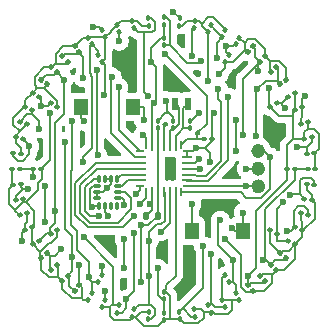
<source format=gbr>
%TF.GenerationSoftware,KiCad,Pcbnew,9.0.0*%
%TF.CreationDate,2025-05-02T12:59:00-05:00*%
%TF.ProjectId,ioWatch,696f5761-7463-4682-9e6b-696361645f70,rev?*%
%TF.SameCoordinates,Original*%
%TF.FileFunction,Copper,L1,Top*%
%TF.FilePolarity,Positive*%
%FSLAX46Y46*%
G04 Gerber Fmt 4.6, Leading zero omitted, Abs format (unit mm)*
G04 Created by KiCad (PCBNEW 9.0.0) date 2025-05-02 12:59:00*
%MOMM*%
%LPD*%
G01*
G04 APERTURE LIST*
G04 Aperture macros list*
%AMRoundRect*
0 Rectangle with rounded corners*
0 $1 Rounding radius*
0 $2 $3 $4 $5 $6 $7 $8 $9 X,Y pos of 4 corners*
0 Add a 4 corners polygon primitive as box body*
4,1,4,$2,$3,$4,$5,$6,$7,$8,$9,$2,$3,0*
0 Add four circle primitives for the rounded corners*
1,1,$1+$1,$2,$3*
1,1,$1+$1,$4,$5*
1,1,$1+$1,$6,$7*
1,1,$1+$1,$8,$9*
0 Add four rect primitives between the rounded corners*
20,1,$1+$1,$2,$3,$4,$5,0*
20,1,$1+$1,$4,$5,$6,$7,0*
20,1,$1+$1,$6,$7,$8,$9,0*
20,1,$1+$1,$8,$9,$2,$3,0*%
%AMFreePoly0*
4,1,14,0.230680,0.111820,0.364320,-0.021820,0.377500,-0.053640,0.377500,-0.080000,0.364320,-0.111820,0.332500,-0.125000,-0.332500,-0.125000,-0.364320,-0.111820,-0.377500,-0.080000,-0.377500,0.080000,-0.364320,0.111820,-0.332500,0.125000,0.198860,0.125000,0.230680,0.111820,0.230680,0.111820,$1*%
%AMFreePoly1*
4,1,14,0.364320,0.111820,0.377500,0.080000,0.377500,0.053640,0.364320,0.021820,0.230680,-0.111820,0.198860,-0.125000,-0.332500,-0.125000,-0.364320,-0.111820,-0.377500,-0.080000,-0.377500,0.080000,-0.364320,0.111820,-0.332500,0.125000,0.332500,0.125000,0.364320,0.111820,0.364320,0.111820,$1*%
%AMFreePoly2*
4,1,14,0.111820,0.364320,0.125000,0.332500,0.125000,-0.332500,0.111820,-0.364320,0.080000,-0.377500,-0.080000,-0.377500,-0.111820,-0.364320,-0.125000,-0.332500,-0.125000,0.198860,-0.111820,0.230680,0.021820,0.364320,0.053640,0.377500,0.080000,0.377500,0.111820,0.364320,0.111820,0.364320,$1*%
%AMFreePoly3*
4,1,14,-0.021820,0.364320,0.111820,0.230680,0.125000,0.198860,0.125000,-0.332500,0.111820,-0.364320,0.080000,-0.377500,-0.080000,-0.377500,-0.111820,-0.364320,-0.125000,-0.332500,-0.125000,0.332500,-0.111820,0.364320,-0.080000,0.377500,-0.053640,0.377500,-0.021820,0.364320,-0.021820,0.364320,$1*%
%AMFreePoly4*
4,1,14,0.364320,0.111820,0.377500,0.080000,0.377500,-0.080000,0.364320,-0.111820,0.332500,-0.125000,-0.198860,-0.125000,-0.230680,-0.111820,-0.364320,0.021820,-0.377500,0.053640,-0.377500,0.080000,-0.364320,0.111820,-0.332500,0.125000,0.332500,0.125000,0.364320,0.111820,0.364320,0.111820,$1*%
%AMFreePoly5*
4,1,14,0.364320,0.111820,0.377500,0.080000,0.377500,-0.080000,0.364320,-0.111820,0.332500,-0.125000,-0.332500,-0.125000,-0.364320,-0.111820,-0.377500,-0.080000,-0.377500,-0.053640,-0.364320,-0.021820,-0.230680,0.111820,-0.198860,0.125000,0.332500,0.125000,0.364320,0.111820,0.364320,0.111820,$1*%
%AMFreePoly6*
4,1,14,0.111820,0.364320,0.125000,0.332500,0.125000,-0.198860,0.111820,-0.230680,-0.021820,-0.364320,-0.053640,-0.377500,-0.080000,-0.377500,-0.111820,-0.364320,-0.125000,-0.332500,-0.125000,0.332500,-0.111820,0.364320,-0.080000,0.377500,0.080000,0.377500,0.111820,0.364320,0.111820,0.364320,$1*%
%AMFreePoly7*
4,1,14,0.111820,0.364320,0.125000,0.332500,0.125000,-0.332500,0.111820,-0.364320,0.080000,-0.377500,0.053640,-0.377500,0.021820,-0.364320,-0.111820,-0.230680,-0.125000,-0.198860,-0.125000,0.332500,-0.111820,0.364320,-0.080000,0.377500,0.080000,0.377500,0.111820,0.364320,0.111820,0.364320,$1*%
G04 Aperture macros list end*
%TA.AperFunction,Conductor*%
%ADD10C,0.600000*%
%TD*%
%TA.AperFunction,Conductor*%
%ADD11C,0.250000*%
%TD*%
%TA.AperFunction,SMDPad,CuDef*%
%ADD12RoundRect,0.100000X0.029696X0.161301X-0.163522X-0.012672X-0.029696X-0.161301X0.163522X0.012672X0*%
%TD*%
%TA.AperFunction,SMDPad,CuDef*%
%ADD13RoundRect,0.100000X-0.124843X0.106368X-0.070786X-0.147950X0.124843X-0.106368X0.070786X0.147950X0*%
%TD*%
%TA.AperFunction,SMDPad,CuDef*%
%ADD14RoundRect,0.100000X0.085863X-0.139741X0.113041X0.118835X-0.085863X0.139741X-0.113041X-0.118835X0*%
%TD*%
%TA.AperFunction,SMDPad,CuDef*%
%ADD15RoundRect,0.100000X-0.118835X-0.113041X0.139741X-0.085863X0.118835X0.113041X-0.139741X0.085863X0*%
%TD*%
%TA.AperFunction,SMDPad,CuDef*%
%ADD16RoundRect,0.100000X-0.038479X0.159435X-0.144230X-0.078087X0.038479X-0.159435X0.144230X0.078087X0*%
%TD*%
%TA.AperFunction,SMDPad,CuDef*%
%ADD17RoundRect,0.100000X-0.157314X0.046394X-0.004490X-0.163951X0.157314X-0.046394X0.004490X0.163951X0*%
%TD*%
%TA.AperFunction,SMDPad,CuDef*%
%ADD18R,1.230000X1.360000*%
%TD*%
%TA.AperFunction,SMDPad,CuDef*%
%ADD19RoundRect,0.100000X-0.085863X0.139741X-0.113041X-0.118835X0.085863X-0.139741X0.113041X0.118835X0*%
%TD*%
%TA.AperFunction,SMDPad,CuDef*%
%ADD20RoundRect,0.100000X-0.163951X-0.004490X0.046394X-0.157314X0.163951X0.004490X-0.046394X0.157314X0*%
%TD*%
%TA.AperFunction,SMDPad,CuDef*%
%ADD21RoundRect,0.100000X0.161301X-0.029696X-0.012672X0.163522X-0.161301X0.029696X0.012672X-0.163522X0*%
%TD*%
%TA.AperFunction,SMDPad,CuDef*%
%ADD22RoundRect,0.100000X-0.147950X-0.070786X0.106368X-0.124843X0.147950X0.070786X-0.106368X0.124843X0*%
%TD*%
%TA.AperFunction,SMDPad,CuDef*%
%ADD23RoundRect,0.100000X-0.151603X0.062583X-0.021603X-0.162583X0.151603X-0.062583X0.021603X0.162583X0*%
%TD*%
%TA.AperFunction,SMDPad,CuDef*%
%ADD24RoundRect,0.100000X0.100000X-0.130000X0.100000X0.130000X-0.100000X0.130000X-0.100000X-0.130000X0*%
%TD*%
%TA.AperFunction,SMDPad,CuDef*%
%ADD25RoundRect,0.087500X-0.087500X0.225000X-0.087500X-0.225000X0.087500X-0.225000X0.087500X0.225000X0*%
%TD*%
%TA.AperFunction,SMDPad,CuDef*%
%ADD26RoundRect,0.087500X-0.225000X0.087500X-0.225000X-0.087500X0.225000X-0.087500X0.225000X0.087500X0*%
%TD*%
%TA.AperFunction,SMDPad,CuDef*%
%ADD27RoundRect,0.100000X0.038479X-0.159435X0.144230X0.078087X-0.038479X0.159435X-0.144230X-0.078087X0*%
%TD*%
%TA.AperFunction,SMDPad,CuDef*%
%ADD28RoundRect,0.100000X0.130000X0.100000X-0.130000X0.100000X-0.130000X-0.100000X0.130000X-0.100000X0*%
%TD*%
%TA.AperFunction,SMDPad,CuDef*%
%ADD29RoundRect,0.100000X-0.021603X0.162583X-0.151603X-0.062583X0.021603X-0.162583X0.151603X0.062583X0*%
%TD*%
%TA.AperFunction,SMDPad,CuDef*%
%ADD30RoundRect,0.100000X0.021603X-0.162583X0.151603X0.062583X-0.021603X0.162583X-0.151603X-0.062583X0*%
%TD*%
%TA.AperFunction,SMDPad,CuDef*%
%ADD31RoundRect,0.100000X0.012672X0.163522X-0.161301X-0.029696X-0.012672X-0.163522X0.161301X0.029696X0*%
%TD*%
%TA.AperFunction,SMDPad,CuDef*%
%ADD32RoundRect,0.100000X0.092736X0.135278X-0.154539X0.054933X-0.092736X-0.135278X0.154539X-0.054933X0*%
%TD*%
%TA.AperFunction,SMDPad,CuDef*%
%ADD33RoundRect,0.100000X0.162583X0.021603X-0.062583X0.151603X-0.162583X-0.021603X0.062583X-0.151603X0*%
%TD*%
%TA.AperFunction,SMDPad,CuDef*%
%ADD34RoundRect,0.100000X-0.078087X-0.144230X0.159435X-0.038479X0.078087X0.144230X-0.159435X0.038479X0*%
%TD*%
%TA.AperFunction,SMDPad,CuDef*%
%ADD35RoundRect,0.100000X0.062583X0.151603X-0.162583X0.021603X-0.062583X-0.151603X0.162583X-0.021603X0*%
%TD*%
%TA.AperFunction,SMDPad,CuDef*%
%ADD36RoundRect,0.100000X0.124843X-0.106368X0.070786X0.147950X-0.124843X0.106368X-0.070786X-0.147950X0*%
%TD*%
%TA.AperFunction,SMDPad,CuDef*%
%ADD37RoundRect,0.100000X-0.046394X-0.157314X0.163951X-0.004490X0.046394X0.157314X-0.163951X0.004490X0*%
%TD*%
%TA.AperFunction,SMDPad,CuDef*%
%ADD38RoundRect,0.140000X0.140000X0.170000X-0.140000X0.170000X-0.140000X-0.170000X0.140000X-0.170000X0*%
%TD*%
%TA.AperFunction,SMDPad,CuDef*%
%ADD39RoundRect,0.100000X-0.062583X-0.151603X0.162583X-0.021603X0.062583X0.151603X-0.162583X0.021603X0*%
%TD*%
%TA.AperFunction,SMDPad,CuDef*%
%ADD40RoundRect,0.100000X0.159435X0.038479X-0.078087X0.144230X-0.159435X-0.038479X0.078087X-0.144230X0*%
%TD*%
%TA.AperFunction,SMDPad,CuDef*%
%ADD41RoundRect,0.100000X0.106368X0.124843X-0.147950X0.070786X-0.106368X-0.124843X0.147950X-0.070786X0*%
%TD*%
%TA.AperFunction,SMDPad,CuDef*%
%ADD42RoundRect,0.100000X0.135278X-0.092736X0.054933X0.154539X-0.135278X0.092736X-0.054933X-0.154539X0*%
%TD*%
%TA.AperFunction,SMDPad,CuDef*%
%ADD43RoundRect,0.100000X-0.004490X0.163951X-0.157314X-0.046394X0.004490X-0.163951X0.157314X0.046394X0*%
%TD*%
%TA.AperFunction,SMDPad,CuDef*%
%ADD44RoundRect,0.100000X-0.070786X0.147950X-0.124843X-0.106368X0.070786X-0.147950X0.124843X0.106368X0*%
%TD*%
%TA.AperFunction,SMDPad,CuDef*%
%ADD45RoundRect,0.100000X-0.161301X0.029696X0.012672X-0.163522X0.161301X-0.029696X-0.012672X0.163522X0*%
%TD*%
%TA.AperFunction,SMDPad,CuDef*%
%ADD46RoundRect,0.100000X-0.154539X-0.054933X0.092736X-0.135278X0.154539X0.054933X-0.092736X0.135278X0*%
%TD*%
%TA.AperFunction,SMDPad,CuDef*%
%ADD47RoundRect,0.100000X-0.130000X-0.100000X0.130000X-0.100000X0.130000X0.100000X-0.130000X0.100000X0*%
%TD*%
%TA.AperFunction,SMDPad,CuDef*%
%ADD48RoundRect,0.100000X-0.100000X0.130000X-0.100000X-0.130000X0.100000X-0.130000X0.100000X0.130000X0*%
%TD*%
%TA.AperFunction,SMDPad,CuDef*%
%ADD49RoundRect,0.100000X0.113041X-0.118835X0.085863X0.139741X-0.113041X0.118835X-0.085863X-0.139741X0*%
%TD*%
%TA.AperFunction,SMDPad,CuDef*%
%ADD50RoundRect,0.100000X0.139741X0.085863X-0.118835X0.113041X-0.139741X-0.085863X0.118835X-0.113041X0*%
%TD*%
%TA.AperFunction,SMDPad,CuDef*%
%ADD51RoundRect,0.100000X0.154539X0.054933X-0.092736X0.135278X-0.154539X-0.054933X0.092736X-0.135278X0*%
%TD*%
%TA.AperFunction,SMDPad,CuDef*%
%ADD52RoundRect,0.100000X0.144230X-0.078087X0.038479X0.159435X-0.144230X0.078087X-0.038479X-0.159435X0*%
%TD*%
%TA.AperFunction,SMDPad,CuDef*%
%ADD53RoundRect,0.100000X-0.163522X0.012672X0.029696X-0.161301X0.163522X-0.012672X-0.029696X0.161301X0*%
%TD*%
%TA.AperFunction,SMDPad,CuDef*%
%ADD54RoundRect,0.100000X0.004490X-0.163951X0.157314X0.046394X-0.004490X0.163951X-0.157314X-0.046394X0*%
%TD*%
%TA.AperFunction,SMDPad,CuDef*%
%ADD55RoundRect,0.100000X0.151603X-0.062583X0.021603X0.162583X-0.151603X0.062583X-0.021603X-0.162583X0*%
%TD*%
%TA.AperFunction,SMDPad,CuDef*%
%ADD56RoundRect,0.100000X-0.135278X0.092736X-0.054933X-0.154539X0.135278X-0.092736X0.054933X0.154539X0*%
%TD*%
%TA.AperFunction,SMDPad,CuDef*%
%ADD57RoundRect,0.100000X-0.106368X-0.124843X0.147950X-0.070786X0.106368X0.124843X-0.147950X0.070786X0*%
%TD*%
%TA.AperFunction,SMDPad,CuDef*%
%ADD58RoundRect,0.100000X0.157314X-0.046394X0.004490X0.163951X-0.157314X0.046394X-0.004490X-0.163951X0*%
%TD*%
%TA.AperFunction,SMDPad,CuDef*%
%ADD59R,0.500000X1.000000*%
%TD*%
%TA.AperFunction,SMDPad,CuDef*%
%ADD60RoundRect,0.100000X-0.029696X-0.161301X0.163522X0.012672X0.029696X0.161301X-0.163522X-0.012672X0*%
%TD*%
%TA.AperFunction,SMDPad,CuDef*%
%ADD61RoundRect,0.100000X-0.162583X-0.021603X0.062583X-0.151603X0.162583X0.021603X-0.062583X0.151603X0*%
%TD*%
%TA.AperFunction,SMDPad,CuDef*%
%ADD62RoundRect,0.100000X0.078087X0.144230X-0.159435X0.038479X-0.078087X-0.144230X0.159435X-0.038479X0*%
%TD*%
%TA.AperFunction,SMDPad,CuDef*%
%ADD63RoundRect,0.100000X-0.159435X-0.038479X0.078087X-0.144230X0.159435X0.038479X-0.078087X0.144230X0*%
%TD*%
%TA.AperFunction,SMDPad,CuDef*%
%ADD64RoundRect,0.100000X0.163522X-0.012672X-0.029696X0.161301X-0.163522X0.012672X0.029696X-0.161301X0*%
%TD*%
%TA.AperFunction,SMDPad,CuDef*%
%ADD65RoundRect,0.100000X-0.092736X-0.135278X0.154539X-0.054933X0.092736X0.135278X-0.154539X0.054933X0*%
%TD*%
%TA.AperFunction,SMDPad,CuDef*%
%ADD66RoundRect,0.100000X0.070786X-0.147950X0.124843X0.106368X-0.070786X0.147950X-0.124843X-0.106368X0*%
%TD*%
%TA.AperFunction,SMDPad,CuDef*%
%ADD67RoundRect,0.100000X0.118835X0.113041X-0.139741X0.085863X-0.118835X-0.113041X0.139741X-0.085863X0*%
%TD*%
%TA.AperFunction,SMDPad,CuDef*%
%ADD68RoundRect,0.100000X-0.113041X0.118835X-0.085863X-0.139741X0.113041X-0.118835X0.085863X0.139741X0*%
%TD*%
%TA.AperFunction,SMDPad,CuDef*%
%ADD69RoundRect,0.100000X0.046394X0.157314X-0.163951X0.004490X-0.046394X-0.157314X0.163951X-0.004490X0*%
%TD*%
%TA.AperFunction,SMDPad,CuDef*%
%ADD70RoundRect,0.100000X-0.144230X0.078087X-0.038479X-0.159435X0.144230X-0.078087X0.038479X0.159435X0*%
%TD*%
%TA.AperFunction,SMDPad,CuDef*%
%ADD71RoundRect,0.100000X-0.012672X-0.163522X0.161301X0.029696X0.012672X0.163522X-0.161301X-0.029696X0*%
%TD*%
%TA.AperFunction,SMDPad,CuDef*%
%ADD72RoundRect,0.100000X-0.139741X-0.085863X0.118835X-0.113041X0.139741X0.085863X-0.118835X0.113041X0*%
%TD*%
%TA.AperFunction,SMDPad,CuDef*%
%ADD73RoundRect,0.100000X0.054933X-0.154539X0.135278X0.092736X-0.054933X0.154539X-0.135278X-0.092736X0*%
%TD*%
%TA.AperFunction,SMDPad,CuDef*%
%ADD74RoundRect,0.100000X0.147950X0.070786X-0.106368X0.124843X-0.147950X-0.070786X0.106368X-0.124843X0*%
%TD*%
%TA.AperFunction,SMDPad,CuDef*%
%ADD75FreePoly0,270.000000*%
%TD*%
%TA.AperFunction,SMDPad,CuDef*%
%ADD76RoundRect,0.062500X-0.062500X0.375000X-0.062500X-0.375000X0.062500X-0.375000X0.062500X0.375000X0*%
%TD*%
%TA.AperFunction,SMDPad,CuDef*%
%ADD77FreePoly1,270.000000*%
%TD*%
%TA.AperFunction,SMDPad,CuDef*%
%ADD78FreePoly2,270.000000*%
%TD*%
%TA.AperFunction,SMDPad,CuDef*%
%ADD79RoundRect,0.062500X-0.375000X0.062500X-0.375000X-0.062500X0.375000X-0.062500X0.375000X0.062500X0*%
%TD*%
%TA.AperFunction,SMDPad,CuDef*%
%ADD80FreePoly3,270.000000*%
%TD*%
%TA.AperFunction,SMDPad,CuDef*%
%ADD81FreePoly4,270.000000*%
%TD*%
%TA.AperFunction,SMDPad,CuDef*%
%ADD82FreePoly5,270.000000*%
%TD*%
%TA.AperFunction,SMDPad,CuDef*%
%ADD83FreePoly6,270.000000*%
%TD*%
%TA.AperFunction,SMDPad,CuDef*%
%ADD84FreePoly7,270.000000*%
%TD*%
%TA.AperFunction,SMDPad,CuDef*%
%ADD85RoundRect,0.100000X-0.054933X0.154539X-0.135278X-0.092736X0.054933X-0.154539X0.135278X0.092736X0*%
%TD*%
%TA.AperFunction,SMDPad,CuDef*%
%ADD86RoundRect,0.100000X0.163951X0.004490X-0.046394X0.157314X-0.163951X-0.004490X0.046394X-0.157314X0*%
%TD*%
%TA.AperFunction,ViaPad*%
%ADD87C,0.600000*%
%TD*%
%TA.AperFunction,Conductor*%
%ADD88C,0.200000*%
%TD*%
G04 APERTURE END LIST*
%TO.N,/SWCLK*%
D10*
X108300000Y-101500000D02*
G75*
G02*
X107700000Y-101500000I-300000J0D01*
G01*
X107700000Y-101500000D02*
G75*
G02*
X108300000Y-101500000I300000J0D01*
G01*
%TO.N,+3.3V*%
D11*
X102975000Y-97000000D02*
G75*
G02*
X102725000Y-97000000I-125000J0D01*
G01*
X102725000Y-97000000D02*
G75*
G02*
X102975000Y-97000000I125000J0D01*
G01*
%TO.N,GND*%
D10*
X108300000Y-100000000D02*
G75*
G02*
X107700000Y-100000000I-300000J0D01*
G01*
X107700000Y-100000000D02*
G75*
G02*
X108300000Y-100000000I300000J0D01*
G01*
%TO.N,/RST*%
D11*
X100250000Y-96250000D02*
G75*
G02*
X100000000Y-96250000I-125000J0D01*
G01*
X100000000Y-96250000D02*
G75*
G02*
X100250000Y-96250000I125000J0D01*
G01*
%TO.N,/SWDIO*%
D10*
X108300000Y-98500000D02*
G75*
G02*
X107700000Y-98500000I-300000J0D01*
G01*
X107700000Y-98500000D02*
G75*
G02*
X108300000Y-98500000I300000J0D01*
G01*
%TD*%
D12*
%TO.P,D11,1,K*%
%TO.N,/N3*%
X109526806Y-91421878D03*
%TO.P,D11,2,A*%
%TO.N,/N4*%
X109051194Y-91850122D03*
%TD*%
D13*
%TO.P,D72,1,K*%
%TO.N,/N9*%
X97334468Y-87459993D03*
%TO.P,D72,2,A*%
%TO.N,/N8*%
X97467532Y-88086007D03*
%TD*%
D14*
%TO.P,D39,1,K*%
%TO.N,/N5*%
X98659551Y-112750247D03*
%TO.P,D39,2,A*%
%TO.N,/N7*%
X98726449Y-112113753D03*
%TD*%
D15*
%TO.P,D54,1,K*%
%TO.N,/N8*%
X87249753Y-101340449D03*
%TO.P,D54,2,A*%
%TO.N,/N6*%
X87886247Y-101273551D03*
%TD*%
D16*
%TO.P,D6,1,K*%
%TO.N,/N3*%
X105214156Y-88288665D03*
%TO.P,D6,2,A*%
%TO.N,/N2*%
X104953844Y-88873335D03*
%TD*%
D17*
%TO.P,D66,1,K*%
%TO.N,/N9*%
X92464908Y-89628115D03*
%TO.P,D66,2,A*%
%TO.N,/N5*%
X92841092Y-90145885D03*
%TD*%
D18*
%TO.P,SW2,1,1*%
%TO.N,GND*%
X93000000Y-94750000D03*
%TO.P,SW2,2,2*%
%TO.N,Net-(U2-PB7)*%
X97369800Y-94750000D03*
%TD*%
D19*
%TO.P,D3,1,K*%
%TO.N,/N1*%
X101340449Y-87249753D03*
%TO.P,D3,2,A*%
%TO.N,/N3*%
X101273551Y-87886247D03*
%TD*%
D20*
%TO.P,D63,1,K*%
%TO.N,/N4*%
X89628115Y-92464909D03*
%TO.P,D63,2,A*%
%TO.N,/N9*%
X90145885Y-92841091D03*
%TD*%
D21*
%TO.P,D29,1,K*%
%TO.N,/N5*%
X108578122Y-109526806D03*
%TO.P,D29,2,A*%
%TO.N,/N6*%
X108149878Y-109051194D03*
%TD*%
D22*
%TO.P,D58,1,K*%
%TO.N,/N9*%
X87459993Y-97334468D03*
%TO.P,D58,2,A*%
%TO.N,/N1*%
X88086007Y-97467532D03*
%TD*%
D23*
%TO.P,D67,1,K*%
%TO.N,/N6*%
X94465000Y-90413072D03*
%TO.P,D67,2,A*%
%TO.N,/N9*%
X94785000Y-90967328D03*
%TD*%
D24*
%TO.P,D38,1,K*%
%TO.N,/N7*%
X100000000Y-112820000D03*
%TO.P,D38,2,A*%
%TO.N,/N4*%
X100000000Y-112180000D03*
%TD*%
D25*
%TO.P,U1,1,SDO/SA0*%
%TO.N,/MISO*%
X96000000Y-100837500D03*
%TO.P,U1,2,SDX*%
%TO.N,GND*%
X95500000Y-100837500D03*
%TO.P,U1,3,SCX*%
X95000000Y-100837500D03*
%TO.P,U1,4,INT1*%
%TO.N,/INT1*%
X94500000Y-100837500D03*
D26*
%TO.P,U1,5,VDDIO*%
%TO.N,+3.3V*%
X94337500Y-101500000D03*
%TO.P,U1,6,GND*%
%TO.N,GND*%
X94337500Y-102000000D03*
%TO.P,U1,7,GND*%
X94337500Y-102500000D03*
D25*
%TO.P,U1,8,VDD*%
%TO.N,+3.3V*%
X94500000Y-103162500D03*
%TO.P,U1,9,INT2*%
%TO.N,/INT2*%
X95000000Y-103162500D03*
%TO.P,U1,10,NC*%
%TO.N,unconnected-(U1-NC-Pad10)*%
X95500000Y-103162500D03*
%TO.P,U1,11,NC*%
%TO.N,unconnected-(U1-NC-Pad11)*%
X96000000Y-103162500D03*
D26*
%TO.P,U1,12,CS*%
%TO.N,/NSS*%
X96162500Y-102500000D03*
%TO.P,U1,13,SCL*%
%TO.N,/SCLK*%
X96162500Y-102000000D03*
%TO.P,U1,14,SDA*%
%TO.N,/MOSI*%
X96162500Y-101500000D03*
%TD*%
D27*
%TO.P,D42,1,K*%
%TO.N,/N7*%
X94785844Y-111711335D03*
%TO.P,D42,2,A*%
%TO.N,/N6*%
X95046156Y-111126665D03*
%TD*%
D28*
%TO.P,C3,1*%
%TO.N,GND*%
X104070000Y-97500000D03*
%TO.P,C3,2*%
%TO.N,+3.3V*%
X103430000Y-97500000D03*
%TD*%
D29*
%TO.P,D8,1,K*%
%TO.N,/N4*%
X106410000Y-88897872D03*
%TO.P,D8,2,A*%
%TO.N,/N1*%
X106090000Y-89452128D03*
%TD*%
D30*
%TO.P,D43,1,K*%
%TO.N,/N1*%
X94465000Y-109586928D03*
%TO.P,D43,2,A*%
%TO.N,/N8*%
X94785000Y-109032672D03*
%TD*%
D31*
%TO.P,D10,1,K*%
%TO.N,/N4*%
X108578122Y-90473194D03*
%TO.P,D10,2,A*%
%TO.N,/N2*%
X108149878Y-90948806D03*
%TD*%
D32*
%TO.P,D16,1,K*%
%TO.N,/N5*%
X112192338Y-96038115D03*
%TO.P,D16,2,A*%
%TO.N,/N2*%
X111583662Y-96235885D03*
%TD*%
D33*
%TO.P,D26,1,K*%
%TO.N,/N6*%
X111102128Y-106410000D03*
%TO.P,D26,2,A*%
%TO.N,/N3*%
X110547872Y-106090000D03*
%TD*%
D34*
%TO.P,D51,1,K*%
%TO.N,/N5*%
X88288665Y-105214156D03*
%TO.P,D51,2,A*%
%TO.N,/N8*%
X88873335Y-104953844D03*
%TD*%
D35*
%TO.P,D13,1,K*%
%TO.N,/N1*%
X109586928Y-94465000D03*
%TO.P,D13,2,A*%
%TO.N,/N5*%
X109032672Y-94785000D03*
%TD*%
D29*
%TO.P,D7,1,K*%
%TO.N,/N1*%
X105535001Y-90413071D03*
%TO.P,D7,2,A*%
%TO.N,/N4*%
X105214999Y-90967329D03*
%TD*%
D36*
%TO.P,D35,1,K*%
%TO.N,/N3*%
X102665532Y-112540007D03*
%TO.P,D35,2,A*%
%TO.N,/N7*%
X102532468Y-111913993D03*
%TD*%
D37*
%TO.P,D48,1,K*%
%TO.N,/N8*%
X89628115Y-107535092D03*
%TO.P,D48,2,A*%
%TO.N,/N3*%
X90145885Y-107158908D03*
%TD*%
D24*
%TO.P,D37,1,K*%
%TO.N,/N4*%
X100000000Y-111070000D03*
%TO.P,D37,2,A*%
%TO.N,/N7*%
X100000000Y-110430000D03*
%TD*%
D38*
%TO.P,C5,1*%
%TO.N,+3.3V*%
X99480000Y-104000000D03*
%TO.P,C5,2*%
%TO.N,GND*%
X98520000Y-104000000D03*
%TD*%
D39*
%TO.P,D50,1,K*%
%TO.N,/N8*%
X88897872Y-106410000D03*
%TO.P,D50,2,A*%
%TO.N,/N4*%
X89452128Y-106090000D03*
%TD*%
%TO.P,D49,1,K*%
%TO.N,/N4*%
X90413072Y-105535000D03*
%TO.P,D49,2,A*%
%TO.N,/N8*%
X90967328Y-105215000D03*
%TD*%
D40*
%TO.P,D24,1,K*%
%TO.N,/N6*%
X111711335Y-105214155D03*
%TO.P,D24,2,A*%
%TO.N,/N2*%
X111126665Y-104953845D03*
%TD*%
D41*
%TO.P,D17,1,K*%
%TO.N,/N3*%
X112540007Y-97334468D03*
%TO.P,D17,2,A*%
%TO.N,/N5*%
X111913993Y-97467532D03*
%TD*%
D42*
%TO.P,D34,1,K*%
%TO.N,/N7*%
X103961885Y-112192338D03*
%TO.P,D34,2,A*%
%TO.N,/N2*%
X103764115Y-111583662D03*
%TD*%
D43*
%TO.P,D9,1,K*%
%TO.N,/N2*%
X107535092Y-89628114D03*
%TO.P,D9,2,A*%
%TO.N,/N4*%
X107158908Y-90145886D03*
%TD*%
D44*
%TO.P,D4,1,K*%
%TO.N,/N3*%
X102665532Y-87459993D03*
%TO.P,D4,2,A*%
%TO.N,/N1*%
X102532468Y-88086007D03*
%TD*%
D45*
%TO.P,D65,1,K*%
%TO.N,/N5*%
X91421879Y-90473193D03*
%TO.P,D65,2,A*%
%TO.N,/N9*%
X91850121Y-90948807D03*
%TD*%
D46*
%TO.P,D59,1,K*%
%TO.N,/N2*%
X87807662Y-96038114D03*
%TO.P,D59,2,A*%
%TO.N,/N9*%
X88416338Y-96235886D03*
%TD*%
D47*
%TO.P,D55,1,K*%
%TO.N,/N7*%
X88930000Y-100000000D03*
%TO.P,D55,2,A*%
%TO.N,/N8*%
X89570000Y-100000000D03*
%TD*%
D18*
%TO.P,SW1,1,1*%
%TO.N,GND*%
X102380200Y-105250000D03*
%TO.P,SW1,2,2*%
%TO.N,Net-(U2-PB6)*%
X106750000Y-105250000D03*
%TD*%
D48*
%TO.P,C2,1*%
%TO.N,GND*%
X100750000Y-95930000D03*
%TO.P,C2,2*%
%TO.N,/OSC_OUT*%
X100750000Y-96570000D03*
%TD*%
D49*
%TO.P,D36,1,K*%
%TO.N,/N7*%
X101340449Y-112750247D03*
%TO.P,D36,2,A*%
%TO.N,/N3*%
X101273551Y-112113753D03*
%TD*%
D50*
%TO.P,D21,1,K*%
%TO.N,/N1*%
X112750247Y-101340449D03*
%TO.P,D21,2,A*%
%TO.N,/N6*%
X112113753Y-101273551D03*
%TD*%
D51*
%TO.P,D23,1,K*%
%TO.N,/N2*%
X112192338Y-103961885D03*
%TO.P,D23,2,A*%
%TO.N,/N6*%
X111583662Y-103764115D03*
%TD*%
D23*
%TO.P,D68,1,K*%
%TO.N,/N9*%
X93590000Y-88897872D03*
%TO.P,D68,2,A*%
%TO.N,/N6*%
X93910000Y-89452128D03*
%TD*%
D52*
%TO.P,D33,1,K*%
%TO.N,/N2*%
X105214156Y-111711335D03*
%TO.P,D33,2,A*%
%TO.N,/N7*%
X104953844Y-111126665D03*
%TD*%
D53*
%TO.P,D64,1,K*%
%TO.N,/N9*%
X90473194Y-91421879D03*
%TO.P,D64,2,A*%
%TO.N,/N4*%
X90948806Y-91850121D03*
%TD*%
D54*
%TO.P,D45,1,K*%
%TO.N,/N2*%
X92464909Y-110371885D03*
%TO.P,D45,2,A*%
%TO.N,/N8*%
X92841091Y-109854115D03*
%TD*%
D55*
%TO.P,D31,1,K*%
%TO.N,/N1*%
X105535000Y-109586928D03*
%TO.P,D31,2,A*%
%TO.N,/N7*%
X105215000Y-109032672D03*
%TD*%
%TO.P,D32,1,K*%
%TO.N,/N7*%
X106410000Y-111102128D03*
%TO.P,D32,2,A*%
%TO.N,/N1*%
X106090000Y-110547872D03*
%TD*%
D56*
%TO.P,D70,1,K*%
%TO.N,/N9*%
X96038114Y-87807661D03*
%TO.P,D70,2,A*%
%TO.N,/N7*%
X96235886Y-88416339D03*
%TD*%
D57*
%TO.P,D53,1,K*%
%TO.N,/N6*%
X87459993Y-102665531D03*
%TO.P,D53,2,A*%
%TO.N,/N8*%
X88086007Y-102532469D03*
%TD*%
D58*
%TO.P,D30,1,K*%
%TO.N,/N6*%
X107535091Y-110371885D03*
%TO.P,D30,2,A*%
%TO.N,/N5*%
X107158909Y-109854115D03*
%TD*%
D59*
%TO.P,Y1,1*%
%TO.N,/OSC_IN*%
X102050000Y-94500000D03*
%TO.P,Y1,2*%
%TO.N,/OSC_OUT*%
X100950000Y-94500000D03*
%TD*%
D60*
%TO.P,D47,1,K*%
%TO.N,/N3*%
X90473194Y-108578123D03*
%TO.P,D47,2,A*%
%TO.N,/N8*%
X90948806Y-108149877D03*
%TD*%
D61*
%TO.P,D62,1,K*%
%TO.N,/N9*%
X88897871Y-93589999D03*
%TO.P,D62,2,A*%
%TO.N,/N3*%
X89452129Y-93910001D03*
%TD*%
D62*
%TO.P,D15,1,K*%
%TO.N,/N2*%
X111711335Y-94785844D03*
%TO.P,D15,2,A*%
%TO.N,/N5*%
X111126665Y-95046156D03*
%TD*%
D63*
%TO.P,D60,1,K*%
%TO.N,/N9*%
X88288665Y-94785845D03*
%TO.P,D60,2,A*%
%TO.N,/N2*%
X88873335Y-95046155D03*
%TD*%
D64*
%TO.P,D28,1,K*%
%TO.N,/N6*%
X109526806Y-108578122D03*
%TO.P,D28,2,A*%
%TO.N,/N4*%
X109051194Y-108149878D03*
%TD*%
D65*
%TO.P,D52,1,K*%
%TO.N,/N8*%
X87807661Y-103961886D03*
%TO.P,D52,2,A*%
%TO.N,/N5*%
X88416339Y-103764114D03*
%TD*%
D66*
%TO.P,D40,1,K*%
%TO.N,/N7*%
X97334468Y-112540007D03*
%TO.P,D40,2,A*%
%TO.N,/N5*%
X97467532Y-111913993D03*
%TD*%
D61*
%TO.P,D61,1,K*%
%TO.N,/N3*%
X90413072Y-94465000D03*
%TO.P,D61,2,A*%
%TO.N,/N9*%
X90967328Y-94785000D03*
%TD*%
D33*
%TO.P,D25,1,K*%
%TO.N,/N3*%
X109586928Y-105535000D03*
%TO.P,D25,2,A*%
%TO.N,/N6*%
X109032672Y-105215000D03*
%TD*%
D67*
%TO.P,D18,1,K*%
%TO.N,/N5*%
X112750247Y-98659551D03*
%TO.P,D18,2,A*%
%TO.N,/N3*%
X112113753Y-98726449D03*
%TD*%
D68*
%TO.P,D71,1,K*%
%TO.N,/N8*%
X98659551Y-87249753D03*
%TO.P,D71,2,A*%
%TO.N,/N9*%
X98726449Y-87886247D03*
%TD*%
D30*
%TO.P,D44,1,K*%
%TO.N,/N8*%
X93590000Y-111102128D03*
%TO.P,D44,2,A*%
%TO.N,/N1*%
X93910000Y-110547872D03*
%TD*%
D48*
%TO.P,D1,1,K*%
%TO.N,/N1*%
X100000000Y-88930000D03*
%TO.P,D1,2,A*%
%TO.N,/N2*%
X100000000Y-89570000D03*
%TD*%
D69*
%TO.P,D12,1,K*%
%TO.N,/N4*%
X110371885Y-92464909D03*
%TO.P,D12,2,A*%
%TO.N,/N3*%
X109854115Y-92841091D03*
%TD*%
D70*
%TO.P,D69,1,K*%
%TO.N,/N7*%
X94785844Y-88288665D03*
%TO.P,D69,2,A*%
%TO.N,/N9*%
X95046156Y-88873335D03*
%TD*%
D48*
%TO.P,D2,1,K*%
%TO.N,/N2*%
X100000000Y-87180000D03*
%TO.P,D2,2,A*%
%TO.N,/N1*%
X100000000Y-87820000D03*
%TD*%
D28*
%TO.P,D20,1,K*%
%TO.N,/N5*%
X112820000Y-100000000D03*
%TO.P,D20,2,A*%
%TO.N,/N4*%
X112180000Y-100000000D03*
%TD*%
D71*
%TO.P,D46,1,K*%
%TO.N,/N8*%
X91421878Y-109526806D03*
%TO.P,D46,2,A*%
%TO.N,/N2*%
X91850122Y-109051194D03*
%TD*%
D72*
%TO.P,D57,1,K*%
%TO.N,/N1*%
X87249753Y-98659551D03*
%TO.P,D57,2,A*%
%TO.N,/N9*%
X87886247Y-98726449D03*
%TD*%
D73*
%TO.P,D41,1,K*%
%TO.N,/N6*%
X96038115Y-112192338D03*
%TO.P,D41,2,A*%
%TO.N,/N7*%
X96235885Y-111583662D03*
%TD*%
D74*
%TO.P,D22,1,K*%
%TO.N,/N6*%
X112540007Y-102665532D03*
%TO.P,D22,2,A*%
%TO.N,/N1*%
X111913993Y-102532468D03*
%TD*%
D35*
%TO.P,D14,1,K*%
%TO.N,/N5*%
X111102128Y-93590000D03*
%TO.P,D14,2,A*%
%TO.N,/N1*%
X110547872Y-93910000D03*
%TD*%
D28*
%TO.P,D19,1,K*%
%TO.N,/N4*%
X111070000Y-100000000D03*
%TO.P,D19,2,A*%
%TO.N,/N5*%
X110430000Y-100000000D03*
%TD*%
D48*
%TO.P,C1,1*%
%TO.N,GND*%
X102250000Y-95930000D03*
%TO.P,C1,2*%
%TO.N,/OSC_IN*%
X102250000Y-96570000D03*
%TD*%
D75*
%TO.P,U2,1,VDD*%
%TO.N,+3.3V*%
X101500000Y-98002500D03*
D76*
%TO.P,U2,2,PC14*%
%TO.N,/OSC_IN*%
X101000000Y-98062500D03*
%TO.P,U2,3,PC15*%
%TO.N,/OSC_OUT*%
X100500000Y-98062500D03*
%TO.P,U2,4,NRST*%
%TO.N,/RST*%
X100000000Y-98062500D03*
%TO.P,U2,5,VDDA*%
%TO.N,+3.3V*%
X99500000Y-98062500D03*
%TO.P,U2,6,PA0*%
%TO.N,/N1*%
X99000000Y-98062500D03*
D77*
%TO.P,U2,7,PA1*%
%TO.N,/N2*%
X98500000Y-98002500D03*
D78*
%TO.P,U2,8,PA2*%
%TO.N,/N3*%
X98002500Y-98500000D03*
D79*
%TO.P,U2,9,PA3*%
%TO.N,/N4*%
X98062500Y-99000000D03*
%TO.P,U2,10,PA4*%
%TO.N,/NSS*%
X98062500Y-99500000D03*
%TO.P,U2,11,PA5*%
%TO.N,/SCLK*%
X98062500Y-100000000D03*
%TO.P,U2,12,PA6*%
%TO.N,/MISO*%
X98062500Y-100500000D03*
%TO.P,U2,13,PA7*%
%TO.N,/MOSI*%
X98062500Y-101000000D03*
D80*
%TO.P,U2,14,PB0*%
%TO.N,/INT1*%
X98002500Y-101500000D03*
D81*
%TO.P,U2,15,PB1*%
%TO.N,/INT2*%
X98500000Y-101997500D03*
D76*
%TO.P,U2,16,VSS*%
%TO.N,GND*%
X99000000Y-101937500D03*
%TO.P,U2,17,VDD*%
%TO.N,+3.3V*%
X99500000Y-101937500D03*
%TO.P,U2,18,PA8*%
%TO.N,/N5*%
X100000000Y-101937500D03*
%TO.P,U2,19,PA9*%
%TO.N,/N6*%
X100500000Y-101937500D03*
%TO.P,U2,20,PA10*%
%TO.N,/N7*%
X101000000Y-101937500D03*
D82*
%TO.P,U2,21,PA13*%
%TO.N,/SWDIO*%
X101500000Y-101997500D03*
D83*
%TO.P,U2,22,PA14*%
%TO.N,/SWCLK*%
X101997500Y-101500000D03*
D79*
%TO.P,U2,23,PA15*%
%TO.N,/N8*%
X101937500Y-101000000D03*
%TO.P,U2,24,PB3*%
%TO.N,/N9*%
X101937500Y-100500000D03*
%TO.P,U2,25,PB6*%
%TO.N,Net-(U2-PB6)*%
X101937500Y-100000000D03*
%TO.P,U2,26,PB7*%
%TO.N,Net-(U2-PB7)*%
X101937500Y-99500000D03*
%TO.P,U2,27,BOOT0*%
%TO.N,GND*%
X101937500Y-99000000D03*
D84*
%TO.P,U2,28,VSS*%
X101997500Y-98500000D03*
%TD*%
D47*
%TO.P,D56,1,K*%
%TO.N,/N8*%
X87180000Y-100000000D03*
%TO.P,D56,2,A*%
%TO.N,/N7*%
X87820000Y-100000000D03*
%TD*%
D24*
%TO.P,C4,1*%
%TO.N,+3.3V*%
X99500000Y-96570000D03*
%TO.P,C4,2*%
%TO.N,GND*%
X99500000Y-95930000D03*
%TD*%
D85*
%TO.P,D5,1,K*%
%TO.N,/N2*%
X103961885Y-87807662D03*
%TO.P,D5,2,A*%
%TO.N,/N3*%
X103764115Y-88416338D03*
%TD*%
D86*
%TO.P,D27,1,K*%
%TO.N,/N4*%
X110371885Y-107535091D03*
%TO.P,D27,2,A*%
%TO.N,/N6*%
X109854115Y-107158909D03*
%TD*%
D87*
%TO.N,GND*%
X102750000Y-98250000D03*
X103892300Y-99454100D03*
X103000000Y-95250000D03*
X107000000Y-100000000D03*
X98870300Y-103029900D03*
X95212500Y-101603000D03*
X102380200Y-103029900D03*
X93207000Y-95980100D03*
X100225000Y-94250000D03*
X104240400Y-95250000D03*
%TO.N,+3.3V*%
X94419200Y-98883800D03*
X93946700Y-103250000D03*
X94350100Y-91628200D03*
X98102700Y-104802200D03*
X100102200Y-90309500D03*
X98102700Y-109624000D03*
%TO.N,Net-(U2-PB7)*%
X106097500Y-95867700D03*
X98286500Y-95867700D03*
X106097500Y-98528000D03*
X103001700Y-99152300D03*
%TO.N,/N2*%
X106705700Y-97110500D03*
X92229900Y-107504200D03*
X110410900Y-105299300D03*
X111971100Y-93869500D03*
X98276300Y-97110500D03*
X108005900Y-91719000D03*
X103981800Y-107200200D03*
X103111100Y-90901600D03*
X89476500Y-96610400D03*
X104471000Y-90658300D03*
X91657500Y-97708200D03*
%TO.N,/N1*%
X105249400Y-89639700D03*
X92272800Y-95952500D03*
X102389500Y-90454700D03*
X110278900Y-94877800D03*
X98920500Y-90951100D03*
X104779000Y-104352000D03*
X100792800Y-86702200D03*
X88627200Y-98116900D03*
X105847200Y-107700300D03*
X110704800Y-102193100D03*
X93702800Y-109166100D03*
X99155800Y-94475300D03*
%TO.N,/SWDIO*%
X109000000Y-99000000D03*
%TO.N,Net-(U2-PB6)*%
X105750000Y-105000000D03*
X103035800Y-99997000D03*
X106750000Y-103711200D03*
%TO.N,/N3*%
X110136400Y-102794800D03*
X107919100Y-93289700D03*
X111264400Y-98166500D03*
X91290500Y-106827100D03*
X103319100Y-106530100D03*
X107792600Y-97250000D03*
X89642100Y-94694100D03*
X103764100Y-92557100D03*
X96189200Y-93110100D03*
%TO.N,/N4*%
X91555900Y-92457200D03*
X90791400Y-103624700D03*
X95629100Y-92228200D03*
X104699300Y-91955300D03*
X96653100Y-108427100D03*
X96653100Y-105982900D03*
X99483300Y-108427100D03*
X108380900Y-107746700D03*
%TO.N,/SWCLK*%
X107000000Y-101500000D03*
%TO.N,/N5*%
X98758500Y-109059000D03*
X107158900Y-109059000D03*
X93191200Y-92298700D03*
X88029100Y-106106900D03*
X108948500Y-93206900D03*
X98758500Y-106130000D03*
%TO.N,/N6*%
X96809300Y-111070800D03*
X105211000Y-105929100D03*
X97500600Y-105429700D03*
X99741500Y-105325600D03*
X88508400Y-101730300D03*
X93175300Y-99394200D03*
X95046200Y-110352800D03*
%TO.N,/INT1*%
X97672500Y-102110000D03*
X94500000Y-104000000D03*
%TO.N,/INT2*%
X98000000Y-103000000D03*
X95250000Y-104000000D03*
%TO.N,/NSS*%
X97500000Y-104000000D03*
X96650000Y-103048000D03*
%TO.N,/N7*%
X96235900Y-89200400D03*
X93264900Y-105823700D03*
X88930000Y-100717000D03*
X89956100Y-104528200D03*
X94029200Y-88020200D03*
X89956100Y-101440800D03*
%TO.N,/N8*%
X105467600Y-93944900D03*
X90334600Y-95318200D03*
X94785000Y-108249500D03*
X98660900Y-93834600D03*
X92841100Y-108181600D03*
%TO.N,/N9*%
X104634400Y-93231400D03*
X94922400Y-93756000D03*
%TD*%
D88*
%TO.N,GND*%
X100250000Y-94275000D02*
X100250000Y-95152000D01*
X100422500Y-95324500D02*
X100105500Y-95324500D01*
X94337500Y-102000000D02*
X94337500Y-102500000D01*
X95000000Y-100838000D02*
X95000500Y-100838000D01*
X95000500Y-100838000D02*
X95499500Y-100838000D01*
X94337500Y-102000000D02*
X94815000Y-102000000D01*
X102500000Y-98500000D02*
X102750000Y-98250000D01*
X99000000Y-102952100D02*
X99000000Y-103520000D01*
X103892300Y-98641100D02*
X103892300Y-99454100D01*
X100105500Y-95324500D02*
X99500000Y-95930000D01*
X95500000Y-101315000D02*
X95212500Y-101603000D01*
X101997500Y-98500000D02*
X101997500Y-98940000D01*
X101997500Y-98940000D02*
X101937500Y-99000000D01*
X93000000Y-94750000D02*
X93000000Y-95731700D01*
X101998000Y-98500000D02*
X102500000Y-98500000D01*
X104070000Y-95420400D02*
X104240400Y-95250000D01*
X93207000Y-95980100D02*
X93207000Y-95938700D01*
X94815000Y-102000000D02*
X95212500Y-101603000D01*
X99000000Y-103520000D02*
X98520000Y-104000000D01*
X101998000Y-98500000D02*
X101997500Y-98500000D01*
X104070000Y-97681200D02*
X104070000Y-97500000D01*
X108000000Y-100000000D02*
X107000000Y-100000000D01*
X98922200Y-103029900D02*
X98870300Y-103029900D01*
X102320000Y-95930000D02*
X103000000Y-95250000D01*
X95000500Y-100838000D02*
X95000000Y-100837500D01*
X100422500Y-95324500D02*
X100750000Y-95652000D01*
X99000000Y-101938000D02*
X99000000Y-101937500D01*
X104070000Y-97500000D02*
X104070000Y-95420400D01*
X100225000Y-94250000D02*
X100250000Y-94275000D01*
X102250000Y-95930000D02*
X102320000Y-95930000D01*
X102380200Y-104268300D02*
X102380200Y-103029900D01*
X103501200Y-98250000D02*
X103892300Y-98641100D01*
X95499500Y-100838000D02*
X95500000Y-100838000D01*
X100750000Y-95652000D02*
X100750000Y-95930000D01*
X99000000Y-101938000D02*
X99000000Y-102952100D01*
X102380200Y-105250000D02*
X102380200Y-104268300D01*
X100250000Y-95152000D02*
X100422500Y-95324500D01*
X93207000Y-95938700D02*
X93000000Y-95731700D01*
X99000000Y-102952100D02*
X98922200Y-103029900D01*
X103501200Y-98250000D02*
X104070000Y-97681200D01*
X103501200Y-98250000D02*
X102750000Y-98250000D01*
X95499500Y-100838000D02*
X95500000Y-100837500D01*
X95500000Y-100838000D02*
X95500000Y-101315000D01*
%TO.N,+3.3V*%
X99480000Y-104000000D02*
X98677800Y-104802200D01*
X94500000Y-103162000D02*
X94499500Y-103162000D01*
X94337500Y-101500000D02*
X93973200Y-101500000D01*
X99500000Y-98062500D02*
X99500000Y-96570000D01*
X94320700Y-91657600D02*
X94320700Y-98785300D01*
X94034200Y-103162000D02*
X93946700Y-103250000D01*
X103623000Y-93830300D02*
X103623000Y-96227000D01*
X98677800Y-104802200D02*
X98102700Y-104802200D01*
X94499500Y-103162000D02*
X94034200Y-103162000D01*
X99500000Y-101937500D02*
X99500000Y-98062500D01*
X93973200Y-101500000D02*
X93724000Y-101749000D01*
X103623000Y-96227000D02*
X102850000Y-97000000D01*
X102850000Y-97000000D02*
X102850000Y-97400000D01*
X93724000Y-101749000D02*
X93724000Y-103027000D01*
X99500000Y-101938000D02*
X99500000Y-101937500D01*
X94320700Y-98785300D02*
X94419200Y-98883800D01*
X103430000Y-97500000D02*
X102850000Y-97500000D01*
X99480000Y-104000000D02*
X99480000Y-101958000D01*
X94499500Y-103162000D02*
X94500000Y-103162500D01*
X102002000Y-97500000D02*
X101500000Y-98002500D01*
X100102200Y-90309500D02*
X103623000Y-93830300D01*
X98102700Y-109624000D02*
X98102700Y-104802200D01*
X99480000Y-101958000D02*
X99500000Y-101938000D01*
X102850000Y-97400000D02*
X102850000Y-97500000D01*
X93724000Y-103027000D02*
X93946700Y-103250000D01*
X102850000Y-97500000D02*
X102002000Y-97500000D01*
X94350100Y-91628200D02*
X94320700Y-91657600D01*
%TO.N,/OSC_IN*%
X102090000Y-96570000D02*
X102050000Y-96570000D01*
X101680000Y-96570000D02*
X101652000Y-96598000D01*
X102250000Y-96570000D02*
X102090000Y-96570000D01*
X102250000Y-96570000D02*
X102090000Y-96570000D01*
X101250000Y-97000000D02*
X101652000Y-96598000D01*
X101652000Y-94898000D02*
X102050000Y-94500000D01*
X101000000Y-97250000D02*
X101250000Y-97000000D01*
X101652000Y-96131900D02*
X101652000Y-94898000D01*
X101652000Y-96131900D02*
X101652000Y-94898000D01*
X102090000Y-96570000D02*
X102050000Y-96570000D01*
X101652000Y-96598000D02*
X101250000Y-97000000D01*
X101652000Y-96598000D02*
X101652000Y-96131900D01*
X102250000Y-96570000D02*
X102090000Y-96570000D01*
X102050000Y-96570000D02*
X101680000Y-96570000D01*
X101000000Y-98062500D02*
X101000000Y-97250000D01*
%TO.N,/OSC_OUT*%
X100500000Y-96820000D02*
X100500000Y-98062500D01*
X101251000Y-96228900D02*
X101251000Y-94801000D01*
X100750000Y-96570000D02*
X100910000Y-96570000D01*
X101251000Y-94801000D02*
X100950000Y-94500000D01*
X100750000Y-96570000D02*
X100500000Y-96820000D01*
X100910000Y-96570000D02*
X101251000Y-96228900D01*
%TO.N,/RST*%
X100125000Y-96250000D02*
X100000000Y-96375000D01*
X100000000Y-96375000D02*
X100000000Y-98062500D01*
%TO.N,Net-(U2-PB7)*%
X98286500Y-94750000D02*
X98286500Y-95867700D01*
X101937500Y-99500000D02*
X102654000Y-99500000D01*
X102654000Y-99500000D02*
X103001700Y-99152300D01*
X106097500Y-98528000D02*
X106097500Y-95867700D01*
X97369800Y-94750000D02*
X98286500Y-94750000D01*
%TO.N,/N2*%
X111583700Y-95768700D02*
X111583700Y-96235900D01*
X103961900Y-87807700D02*
X104378500Y-88224300D01*
X88455900Y-95389900D02*
X87807700Y-96038100D01*
X100518700Y-87469600D02*
X100518700Y-89570000D01*
X103764100Y-111583700D02*
X103981800Y-111366000D01*
X103981800Y-111366000D02*
X103981800Y-107200200D01*
X100518700Y-89570000D02*
X100000000Y-89570000D01*
X98276300Y-97110500D02*
X98500000Y-97334200D01*
X104471000Y-90658300D02*
X104471000Y-89356100D01*
X89476500Y-96610400D02*
X89476500Y-95993100D01*
X89476500Y-95993100D02*
X88873300Y-95389900D01*
X108149900Y-90948800D02*
X106705700Y-92393000D01*
X111971100Y-93869500D02*
X111711300Y-94129300D01*
X104378500Y-88224300D02*
X104378500Y-88298000D01*
X102005200Y-91056500D02*
X102956200Y-91056500D01*
X104378500Y-88298000D02*
X104953800Y-88873300D01*
X92229900Y-107504200D02*
X92229900Y-105707400D01*
X100000000Y-87180000D02*
X100229100Y-87180000D01*
X102956200Y-91056500D02*
X103111100Y-90901600D01*
X92229900Y-108671400D02*
X91850100Y-109051200D01*
X108149900Y-90948800D02*
X108005900Y-91092800D01*
X100518700Y-89570000D02*
X102005200Y-91056500D01*
X110781200Y-105299300D02*
X111126700Y-104953800D01*
X107535100Y-89628100D02*
X107759400Y-89852400D01*
X110987600Y-104814700D02*
X111126700Y-104953800D01*
X98500000Y-97334200D02*
X98500000Y-98002500D01*
X108005900Y-91092800D02*
X108005900Y-91719000D01*
X92015600Y-109922600D02*
X92015600Y-109216700D01*
X110987600Y-103554900D02*
X110987600Y-104814700D01*
X110410900Y-105299300D02*
X110781200Y-105299300D01*
X111711300Y-94129300D02*
X111711300Y-94785800D01*
X92229900Y-105707400D02*
X91657500Y-105135000D01*
X111711300Y-95641100D02*
X111583700Y-95768700D01*
X88873300Y-95389900D02*
X88455900Y-95389900D01*
X91657500Y-105135000D02*
X91657500Y-97708200D01*
X104327100Y-111711300D02*
X105214200Y-111711300D01*
X112192300Y-103961900D02*
X112192300Y-103525100D01*
X111367300Y-103175200D02*
X110987600Y-103554900D01*
X111842400Y-103175200D02*
X111367300Y-103175200D01*
X106705700Y-92393000D02*
X106705700Y-97110500D01*
X107759400Y-89852400D02*
X107759400Y-90558300D01*
X111711300Y-94785800D02*
X111711300Y-95641100D01*
X112192300Y-103525100D02*
X111842400Y-103175200D01*
X104471000Y-89356100D02*
X104953800Y-88873300D01*
X100229100Y-87180000D02*
X100518700Y-87469600D01*
X92015600Y-109216700D02*
X91850100Y-109051200D01*
X92464900Y-110371900D02*
X92015600Y-109922600D01*
X103981800Y-111366000D02*
X104327100Y-111711300D01*
X92229900Y-107504200D02*
X92229900Y-108671400D01*
X88873300Y-95389900D02*
X88873300Y-95046200D01*
X107759400Y-90558300D02*
X108149900Y-90948800D01*
%TO.N,/N1*%
X106090000Y-110547900D02*
X106090000Y-109829700D01*
X92663100Y-105291000D02*
X92107700Y-104735600D01*
X111914000Y-102532500D02*
X111555700Y-102174200D01*
X93910000Y-109586900D02*
X93702800Y-109379700D01*
X99000000Y-98062500D02*
X98997900Y-98060400D01*
X100000000Y-88930000D02*
X99780100Y-88930000D01*
X93702800Y-107943700D02*
X92663100Y-106904000D01*
X109992900Y-94465000D02*
X109992900Y-94591800D01*
X99780100Y-88930000D02*
X98920500Y-89789600D01*
X99155800Y-94475300D02*
X99327600Y-94303500D01*
X105847200Y-109586900D02*
X105847200Y-107700300D01*
X110723700Y-102174200D02*
X110704800Y-102193100D01*
X98997900Y-98060400D02*
X98997900Y-94633200D01*
X112445900Y-100759000D02*
X112750200Y-101063300D01*
X93910000Y-109586900D02*
X93910000Y-110547900D01*
X109586900Y-94465000D02*
X109992900Y-94465000D01*
X111555700Y-102174200D02*
X110723700Y-102174200D01*
X104598100Y-104532900D02*
X104598100Y-106451200D01*
X92107700Y-104735600D02*
X92107700Y-100236000D01*
X99327600Y-91358200D02*
X98920500Y-90951100D01*
X106090000Y-109829700D02*
X105847200Y-109586900D01*
X93702800Y-109166100D02*
X93702800Y-107943700D01*
X88627200Y-98008700D02*
X88627200Y-98116900D01*
X111555700Y-102174200D02*
X111555700Y-100960800D01*
X102532500Y-88086000D02*
X102389500Y-88229000D01*
X109992900Y-94465000D02*
X110547900Y-93910000D01*
X88627200Y-98116900D02*
X88627200Y-98790500D01*
X105847200Y-109586900D02*
X105535000Y-109586900D01*
X88086000Y-97467500D02*
X88627200Y-98008700D01*
X88101100Y-99316600D02*
X87626700Y-99316600D01*
X105249400Y-89639700D02*
X105902400Y-89639700D01*
X94465000Y-109586900D02*
X93910000Y-109586900D01*
X109992900Y-94591800D02*
X110278900Y-94877800D01*
X111757500Y-100759000D02*
X112445900Y-100759000D01*
X105535000Y-90413100D02*
X105249400Y-90127500D01*
X105902400Y-89639700D02*
X106090000Y-89452100D01*
X102389500Y-88229000D02*
X102389500Y-90454700D01*
X99327600Y-94303500D02*
X99327600Y-91358200D01*
X98920500Y-89789600D02*
X98920500Y-90951100D01*
X87626700Y-99316600D02*
X87249800Y-98939700D01*
X104598100Y-106451200D02*
X105847200Y-107700300D01*
X104779000Y-104352000D02*
X104598100Y-104532900D01*
X98997900Y-94633200D02*
X99155800Y-94475300D01*
X101340400Y-87249800D02*
X100792800Y-86702200D01*
X100000000Y-87820000D02*
X100000000Y-88930000D01*
X87249800Y-98939700D02*
X87249800Y-98659600D01*
X93702800Y-109379700D02*
X93702800Y-109166100D01*
X92663100Y-106904000D02*
X92663100Y-105291000D01*
X105249400Y-90127500D02*
X105249400Y-89639700D01*
X92107700Y-100236000D02*
X92272800Y-100070900D01*
X88627200Y-98790500D02*
X88101100Y-99316600D01*
X92272800Y-100070900D02*
X92272800Y-95952500D01*
X112750200Y-101063300D02*
X112750200Y-101340400D01*
X111555700Y-100960800D02*
X111757500Y-100759000D01*
%TO.N,/SWDIO*%
X107000000Y-102500000D02*
X108250000Y-102500000D01*
X101500500Y-101998000D02*
X101500000Y-101997500D01*
X109000000Y-101750000D02*
X109000000Y-99000000D01*
X108250000Y-102500000D02*
X109000000Y-101750000D01*
X101500000Y-101998000D02*
X101500500Y-101998000D01*
X101500500Y-101998000D02*
X106498000Y-101998000D01*
X108000000Y-98500000D02*
X108500000Y-98500000D01*
X108500000Y-98500000D02*
X109000000Y-99000000D01*
X106498000Y-101998000D02*
X107000000Y-102500000D01*
%TO.N,Net-(U2-PB6)*%
X106000000Y-105250000D02*
X105750000Y-105000000D01*
X101937500Y-100000000D02*
X103032800Y-100000000D01*
X106750000Y-105250000D02*
X106750000Y-103711200D01*
X106750000Y-105250000D02*
X106000000Y-105250000D01*
X103032800Y-100000000D02*
X103035800Y-99997000D01*
%TO.N,/N3*%
X112540000Y-97740300D02*
X112113800Y-98166500D01*
X103241300Y-87739500D02*
X102961800Y-87460000D01*
X102347600Y-112540000D02*
X102665500Y-112540000D01*
X103241300Y-87893500D02*
X103241300Y-87739500D01*
X103764100Y-88416300D02*
X103241300Y-87893500D01*
X90184000Y-94694100D02*
X89642100Y-94694100D01*
X104201800Y-87197100D02*
X105214200Y-88209500D01*
X109637200Y-92543800D02*
X109637200Y-92624200D01*
X107792600Y-93416200D02*
X107919100Y-93289700D01*
X103764100Y-92557100D02*
X103764100Y-88416300D01*
X101597500Y-111789900D02*
X101273600Y-112113800D01*
X109556400Y-103374800D02*
X110136400Y-102794800D01*
X109625300Y-106090000D02*
X110547900Y-106090000D01*
X109625300Y-106090000D02*
X109625300Y-105058100D01*
X101597500Y-111789900D02*
X102347600Y-112540000D01*
X109596400Y-105027100D02*
X109556400Y-104987100D01*
X102961800Y-87460000D02*
X102665500Y-87460000D01*
X103319100Y-106530100D02*
X103319100Y-110068300D01*
X89642100Y-94100000D02*
X89452100Y-93910000D01*
X109625300Y-105058100D02*
X109596400Y-105029200D01*
X105214200Y-88209500D02*
X105214200Y-88288700D01*
X109637200Y-91532300D02*
X109637200Y-92543800D01*
X103241300Y-87739500D02*
X103783700Y-87197100D01*
X90347800Y-108452700D02*
X90347800Y-107360800D01*
X109596400Y-105029200D02*
X109596400Y-105027100D01*
X101558600Y-87886200D02*
X101984800Y-87460000D01*
X103783700Y-87197100D02*
X104201800Y-87197100D01*
X107792600Y-97250000D02*
X107792600Y-93416200D01*
X90413100Y-94465000D02*
X90184000Y-94694100D01*
X109625300Y-105573400D02*
X109586900Y-105535000D01*
X101273600Y-87886200D02*
X101558600Y-87886200D01*
X89642100Y-94694100D02*
X89642100Y-94100000D01*
X90347800Y-107360800D02*
X90756800Y-107360800D01*
X109637200Y-92624200D02*
X109854100Y-92841100D01*
X109637200Y-92543800D02*
X108665000Y-92543800D01*
X101984800Y-87460000D02*
X102665500Y-87460000D01*
X90347800Y-107360800D02*
X90145900Y-107158900D01*
X108665000Y-92543800D02*
X107919100Y-93289700D01*
X109625300Y-106090000D02*
X109625300Y-105573400D01*
X90473200Y-108578100D02*
X90347800Y-108452700D01*
X96189200Y-96686700D02*
X96189200Y-93110100D01*
X103319100Y-110068300D02*
X101597500Y-111789900D01*
X109526800Y-91421900D02*
X109637200Y-91532300D01*
X109556400Y-104987100D02*
X109556400Y-103374800D01*
X90756800Y-107360800D02*
X91290500Y-106827100D01*
X112113800Y-98166500D02*
X112113800Y-98726400D01*
X112113800Y-98166500D02*
X111264400Y-98166500D01*
X112540000Y-97334500D02*
X112540000Y-97740300D01*
X98002500Y-98500000D02*
X96189200Y-96686700D01*
%TO.N,/N4*%
X90342100Y-105464000D02*
X90078100Y-105464000D01*
X108508400Y-107746700D02*
X108578200Y-107676900D01*
X108578100Y-89876200D02*
X107762600Y-89060700D01*
X105836400Y-90976800D02*
X105224500Y-90976800D01*
X100000000Y-111070000D02*
X99816300Y-111070000D01*
X108380900Y-107746700D02*
X108508400Y-107746700D01*
X108979400Y-90874500D02*
X108578100Y-90473200D01*
X95555800Y-97014700D02*
X95555800Y-92301500D01*
X108578100Y-90473200D02*
X108578100Y-89876200D01*
X90948800Y-91850100D02*
X90747000Y-92051900D01*
X90791400Y-104609300D02*
X90342100Y-105058600D01*
X100000000Y-111070000D02*
X100000000Y-112180000D01*
X90041100Y-92051900D02*
X89628100Y-92464900D01*
X109434500Y-107766600D02*
X109051200Y-108149900D01*
X107167400Y-89060700D02*
X106870100Y-89358000D01*
X108578200Y-103427800D02*
X111070000Y-100936000D01*
X105224500Y-90976800D02*
X105215000Y-90967300D01*
X90342100Y-105464000D02*
X90413100Y-105535000D01*
X108995300Y-90858600D02*
X108979400Y-90874500D01*
X108956700Y-91755600D02*
X109051200Y-91850100D01*
X105215000Y-91439600D02*
X104699300Y-91955300D01*
X90791400Y-103624700D02*
X90791400Y-104609300D01*
X99816300Y-111070000D02*
X99483300Y-110737000D01*
X110371900Y-107535100D02*
X110140400Y-107766600D01*
X106870100Y-89943100D02*
X106956100Y-89943100D01*
X106956100Y-89943100D02*
X107158900Y-90145900D01*
X91555900Y-92457200D02*
X91555900Y-95335400D01*
X110140400Y-107766600D02*
X109434500Y-107766600D01*
X91555900Y-95335400D02*
X90791400Y-96099900D01*
X106870100Y-89358000D02*
X106410000Y-88897900D01*
X108956700Y-90897200D02*
X108956700Y-91755600D01*
X97541100Y-99000000D02*
X95555800Y-97014700D01*
X109743300Y-90858600D02*
X108995300Y-90858600D01*
X90342100Y-105058600D02*
X90342100Y-105464000D01*
X111070000Y-100000000D02*
X112180000Y-100000000D01*
X108979400Y-90874500D02*
X108956700Y-90897200D01*
X98062500Y-99000000D02*
X97541100Y-99000000D01*
X99483300Y-110737000D02*
X99483300Y-108427100D01*
X108578200Y-107676900D02*
X108578200Y-103427800D01*
X96653100Y-105982900D02*
X96653100Y-108427100D01*
X110371900Y-91487200D02*
X109743300Y-90858600D01*
X105215000Y-90967300D02*
X105215000Y-91439600D01*
X90791400Y-96099900D02*
X90791400Y-103624700D01*
X109051200Y-108149900D02*
X108578200Y-107676900D01*
X107762600Y-89060700D02*
X107167400Y-89060700D01*
X106870100Y-89943100D02*
X106870100Y-89358000D01*
X110371900Y-92464900D02*
X110371900Y-91487200D01*
X111070000Y-100936000D02*
X111070000Y-100000000D01*
X95555800Y-92301500D02*
X95629100Y-92228200D01*
X90747000Y-92051900D02*
X90041100Y-92051900D01*
X90948800Y-91850100D02*
X91555900Y-92457200D01*
X106870100Y-89943100D02*
X105836400Y-90976800D01*
X90078100Y-105464000D02*
X89452100Y-106090000D01*
%TO.N,/SWCLK*%
X101998000Y-101500000D02*
X101997500Y-101500000D01*
X108000000Y-101500000D02*
X107000000Y-101500000D01*
X101998000Y-101500000D02*
X107000000Y-101500000D01*
%TO.N,/N5*%
X110430000Y-100000000D02*
X110430000Y-97990400D01*
X97862000Y-111519500D02*
X98758500Y-111519500D01*
X111126700Y-93614600D02*
X111102100Y-93590000D01*
X107158900Y-109059000D02*
X107158900Y-109854100D01*
X110952900Y-95220000D02*
X110952900Y-95509500D01*
X110430000Y-100000000D02*
X110430000Y-100965700D01*
X110952900Y-95509500D02*
X109757200Y-95509500D01*
X108948500Y-94700800D02*
X108948500Y-93206900D01*
X112750200Y-98659600D02*
X113114900Y-98294900D01*
X110430000Y-100965700D02*
X107775900Y-103619800D01*
X98915600Y-112750200D02*
X98659600Y-112750200D01*
X99437500Y-104723900D02*
X98758500Y-105402900D01*
X110952900Y-95509500D02*
X110952900Y-97467500D01*
X88416300Y-103764100D02*
X88416300Y-104525500D01*
X99274300Y-112391500D02*
X98915600Y-112750200D01*
X112192300Y-96606100D02*
X111914000Y-96884400D01*
X107321600Y-109691400D02*
X107158900Y-109854100D01*
X112696700Y-96606100D02*
X112192300Y-96606100D01*
X88416300Y-104525500D02*
X88288700Y-104653100D01*
X111126700Y-95046200D02*
X110952900Y-95220000D01*
X93191200Y-90543600D02*
X93191200Y-92298700D01*
X98758500Y-105402900D02*
X98758500Y-106130000D01*
X110430000Y-97990400D02*
X110952900Y-97467500D01*
X92841100Y-90193500D02*
X93111000Y-90463400D01*
X109032700Y-94785000D02*
X108948500Y-94700800D01*
X109757200Y-95509500D02*
X109032700Y-94785000D01*
X107775900Y-108442000D02*
X107158900Y-109059000D01*
X113114900Y-98294900D02*
X113114900Y-97024300D01*
X99733300Y-104723900D02*
X99437500Y-104723900D01*
X98758500Y-109059000D02*
X98758500Y-111519500D01*
X98758500Y-106130000D02*
X98758500Y-109059000D01*
X92960400Y-90312800D02*
X91582300Y-90312800D01*
X88029100Y-105473800D02*
X88029100Y-106106900D01*
X98938900Y-111519500D02*
X99274300Y-111854900D01*
X91582300Y-90312800D02*
X91421900Y-90473200D01*
X111914000Y-96884400D02*
X111914000Y-97467500D01*
X98758500Y-111519500D02*
X98938900Y-111519500D01*
X100000000Y-101937500D02*
X100064600Y-102002100D01*
X88288700Y-104653100D02*
X88288700Y-105214200D01*
X97467500Y-111914000D02*
X97862000Y-111519500D01*
X100064600Y-102002100D02*
X100064600Y-104392600D01*
X108578100Y-109526800D02*
X108413500Y-109691400D01*
X111126700Y-95046200D02*
X111126700Y-93614600D01*
X113114900Y-97024300D02*
X112696700Y-96606100D01*
X99274300Y-111854900D02*
X99274300Y-112391500D01*
X108413500Y-109691400D02*
X107321600Y-109691400D01*
X93111000Y-90463400D02*
X93191200Y-90543600D01*
X107775900Y-103619800D02*
X107775900Y-108442000D01*
X112192300Y-96038100D02*
X112192300Y-96606100D01*
X112820000Y-98729400D02*
X112750200Y-98659600D01*
X88288700Y-105214200D02*
X88029100Y-105473800D01*
X92841100Y-90145900D02*
X92841100Y-90193500D01*
X110952900Y-97467500D02*
X111914000Y-97467500D01*
X112820000Y-100000000D02*
X112820000Y-98729400D01*
X100064600Y-104392600D02*
X99733300Y-104723900D01*
X93111000Y-90463400D02*
X92960400Y-90312800D01*
%TO.N,/N6*%
X107472400Y-110434600D02*
X107535100Y-110371900D01*
X93910000Y-89452100D02*
X93748400Y-89613700D01*
X111711300Y-105214200D02*
X111711300Y-104506100D01*
X96038100Y-112192300D02*
X96426200Y-112192300D01*
X110148600Y-108578100D02*
X109526800Y-108578100D01*
X95046200Y-111126700D02*
X95046200Y-110352800D01*
X96809300Y-111809200D02*
X96809300Y-111070800D01*
X111583700Y-104378500D02*
X111583700Y-103764100D01*
X112768100Y-102893600D02*
X112540000Y-102665500D01*
X93748400Y-89613700D02*
X93748400Y-91877300D01*
X108504100Y-110371900D02*
X107535100Y-110371900D01*
X88508400Y-101730300D02*
X88078500Y-101730300D01*
X112540000Y-102665500D02*
X112540000Y-102228700D01*
X109023200Y-106328000D02*
X109023200Y-105224500D01*
X111102100Y-106410000D02*
X111711300Y-105800800D01*
X106997200Y-110434600D02*
X107472400Y-110434600D01*
X112113800Y-101802500D02*
X112113800Y-101273600D01*
X109162300Y-108886600D02*
X108314500Y-108886600D01*
X111102100Y-106410000D02*
X111102100Y-107624600D01*
X109218300Y-108886600D02*
X109162300Y-108886600D01*
X110066200Y-106946800D02*
X110565300Y-106946800D01*
X109854100Y-107158900D02*
X109023200Y-106328000D01*
X93175300Y-98978300D02*
X93175300Y-99394200D01*
X109162300Y-109713700D02*
X108504100Y-110371900D01*
X111711300Y-105800800D02*
X111711300Y-105214200D01*
X111784600Y-105214200D02*
X112768100Y-104230700D01*
X111102100Y-107624600D02*
X110148600Y-108578100D01*
X109526800Y-108578100D02*
X109218300Y-108886600D01*
X93919000Y-98234600D02*
X93175300Y-98978300D01*
X96426200Y-112192300D02*
X96809300Y-111809200D01*
X94465000Y-90007100D02*
X94465000Y-90413100D01*
X106555700Y-107273800D02*
X106555700Y-109993100D01*
X100500000Y-104567100D02*
X99741500Y-105325600D01*
X109023200Y-105224500D02*
X109032700Y-105215000D01*
X109162300Y-108886600D02*
X109162300Y-109713700D01*
X96809300Y-111070800D02*
X97500600Y-110379500D01*
X112768100Y-104230700D02*
X112768100Y-102893600D01*
X87460000Y-102348800D02*
X87460000Y-102665500D01*
X111711300Y-104506100D02*
X111583700Y-104378500D01*
X93748400Y-91877300D02*
X93802300Y-91931200D01*
X100500000Y-101937500D02*
X100500000Y-104567100D01*
X93802300Y-92121700D02*
X93919000Y-92238400D01*
X108314500Y-108886600D02*
X108149900Y-109051200D01*
X112540000Y-102228700D02*
X112113800Y-101802500D01*
X109854100Y-107158900D02*
X110066200Y-106946800D01*
X88078500Y-101730300D02*
X87460000Y-102348800D01*
X87886200Y-101538000D02*
X87886200Y-101273600D01*
X93910000Y-89452100D02*
X94465000Y-90007100D01*
X97500600Y-110379500D02*
X97500600Y-105429700D01*
X93919000Y-92238400D02*
X93919000Y-98234600D01*
X106555700Y-109993100D02*
X106997200Y-110434600D01*
X105211000Y-105929100D02*
X106555700Y-107273800D01*
X111711300Y-105214200D02*
X111784600Y-105214200D01*
X88078500Y-101730300D02*
X87886200Y-101538000D01*
X93802300Y-91931200D02*
X93802300Y-92121700D01*
X110565300Y-106946800D02*
X111102100Y-106410000D01*
%TO.N,/INT1*%
X94500000Y-100838000D02*
X94499500Y-100838000D01*
X94068600Y-100838000D02*
X93323000Y-101583000D01*
X93323000Y-101583000D02*
X93323000Y-103573000D01*
X93750000Y-104000000D02*
X94500000Y-104000000D01*
X98002500Y-101500000D02*
X98002500Y-101780000D01*
X93323000Y-103573000D02*
X93750000Y-104000000D01*
X98002500Y-101780000D02*
X97672500Y-102110000D01*
X94499500Y-100838000D02*
X94068600Y-100838000D01*
X94499500Y-100838000D02*
X94500000Y-100837500D01*
%TO.N,/MISO*%
X96000000Y-100837500D02*
X96000000Y-100838000D01*
X96337500Y-100500000D02*
X98062500Y-100500000D01*
X96000000Y-100838000D02*
X96337500Y-100500000D01*
%TO.N,/INT2*%
X95000000Y-103162500D02*
X95000000Y-103685000D01*
X95000000Y-103162000D02*
X95000000Y-103162500D01*
X98500000Y-102500000D02*
X98000000Y-103000000D01*
X98500000Y-101998000D02*
X98500000Y-102500000D01*
X95000000Y-103685000D02*
X95250000Y-103935000D01*
X98500000Y-101998000D02*
X98500000Y-101997500D01*
X95250000Y-103935000D02*
X95250000Y-104000000D01*
%TO.N,/SCLK*%
X92922000Y-103739000D02*
X92922000Y-101417000D01*
X96750000Y-102000000D02*
X97250000Y-102500000D01*
X93758900Y-104576000D02*
X92922000Y-103739000D01*
X97250000Y-102500000D02*
X97250000Y-103435000D01*
X96162500Y-102000000D02*
X96750000Y-102000000D01*
X92922000Y-101417000D02*
X94339000Y-100000000D01*
X94339000Y-100000000D02*
X98062500Y-100000000D01*
X97250000Y-103435000D02*
X96109400Y-104576000D01*
X96109400Y-104576000D02*
X93758900Y-104576000D01*
%TO.N,/MOSI*%
X96500000Y-101500000D02*
X97000000Y-101000000D01*
X97000000Y-101000000D02*
X98062500Y-101000000D01*
X96162500Y-101500000D02*
X96500000Y-101500000D01*
%TO.N,/NSS*%
X96162500Y-102500000D02*
X96475000Y-102500000D01*
X92521000Y-103905000D02*
X92521000Y-101251000D01*
X97500000Y-104000000D02*
X96523000Y-104977000D01*
X96523000Y-104977000D02*
X93592800Y-104977000D01*
X94271900Y-99500000D02*
X98062500Y-99500000D01*
X96211500Y-102549000D02*
X96162500Y-102500000D01*
X96650000Y-102675000D02*
X96650000Y-103048000D01*
X96475000Y-102500000D02*
X96650000Y-102675000D01*
X93592800Y-104977000D02*
X92521000Y-103905000D01*
X92521000Y-101251000D02*
X94271900Y-99500000D01*
X96250800Y-102549000D02*
X96211500Y-102549000D01*
%TO.N,/N7*%
X103375400Y-112139900D02*
X103149500Y-111914000D01*
X104089000Y-112065200D02*
X103961900Y-112192300D01*
X96235900Y-88416300D02*
X96235900Y-89200400D01*
X100519500Y-112750200D02*
X100519500Y-110739200D01*
X100519500Y-112750200D02*
X101340400Y-112750200D01*
X105454200Y-112280900D02*
X104304700Y-112280900D01*
X94029200Y-88020200D02*
X94517300Y-88020200D01*
X95731700Y-108290500D02*
X93264900Y-105823700D01*
X88930000Y-100000000D02*
X88930000Y-100717000D01*
X100519500Y-112750200D02*
X100069800Y-112750200D01*
X94517300Y-88020200D02*
X94785800Y-88288700D01*
X89956100Y-101440800D02*
X89956100Y-104528200D01*
X95748500Y-112770100D02*
X95422300Y-112443900D01*
X105788200Y-111126700D02*
X105788200Y-111946900D01*
X104304700Y-112280900D02*
X104089000Y-112065200D01*
X97686900Y-112639600D02*
X97686900Y-112540000D01*
X95731700Y-111583700D02*
X95549900Y-111583700D01*
X104953800Y-109293900D02*
X105215000Y-109032700D01*
X94785800Y-111711300D02*
X95422300Y-111711300D01*
X100210300Y-110219700D02*
X100210300Y-109840200D01*
X105788200Y-111126700D02*
X106385400Y-111126700D01*
X101000000Y-109050500D02*
X101000000Y-101937500D01*
X95549900Y-111583700D02*
X95422300Y-111711300D01*
X104089000Y-112065200D02*
X104014300Y-112139900D01*
X100000000Y-112820000D02*
X99513700Y-113306300D01*
X87820000Y-100000000D02*
X88930000Y-100000000D01*
X97334500Y-112540000D02*
X97104400Y-112770100D01*
X95422300Y-112443900D02*
X95422300Y-111711300D01*
X97686900Y-112540000D02*
X98113100Y-112113800D01*
X98113100Y-112113800D02*
X98726400Y-112113800D01*
X96235900Y-111583700D02*
X95731700Y-111583700D01*
X100105200Y-110324800D02*
X100210300Y-110219700D01*
X105788200Y-111126700D02*
X104953800Y-111126700D01*
X97334500Y-112540000D02*
X97686900Y-112540000D01*
X101340400Y-112750200D02*
X101691600Y-113101400D01*
X105788200Y-111946900D02*
X105454200Y-112280900D01*
X100519500Y-110739200D02*
X100105200Y-110324800D01*
X104953800Y-111126700D02*
X104953800Y-109293900D01*
X100069800Y-112750200D02*
X100000000Y-112820000D01*
X97104400Y-112770100D02*
X95748500Y-112770100D01*
X106385400Y-111126700D02*
X106410000Y-111102100D01*
X95731700Y-111583700D02*
X95731700Y-108290500D01*
X103375400Y-112633200D02*
X103375400Y-112139900D01*
X101691600Y-113101400D02*
X102907200Y-113101400D01*
X104014300Y-112139900D02*
X103375400Y-112139900D01*
X102907200Y-113101400D02*
X103375400Y-112633200D01*
X98353600Y-113306300D02*
X97686900Y-112639600D01*
X100210300Y-109840200D02*
X101000000Y-109050500D01*
X99513700Y-113306300D02*
X98353600Y-113306300D01*
X103149500Y-111914000D02*
X102532500Y-111914000D01*
X100105200Y-110324800D02*
X100000000Y-110430000D01*
%TO.N,/N8*%
X90242100Y-109151600D02*
X91046700Y-109151600D01*
X89047500Y-104779600D02*
X88873300Y-104953800D01*
X90474000Y-106260400D02*
X90301900Y-106260400D01*
X87425900Y-103495300D02*
X88086000Y-102835200D01*
X88304800Y-102835200D02*
X89047500Y-103577900D01*
X97809000Y-88427500D02*
X98311700Y-88427500D01*
X90334600Y-99235400D02*
X90334600Y-95318200D01*
X89541100Y-107448100D02*
X89541100Y-107021200D01*
X87807700Y-103961900D02*
X87425900Y-103580100D01*
X93037400Y-110050400D02*
X93037400Y-110983800D01*
X89047500Y-103577900D02*
X89047500Y-104779600D01*
X98883500Y-87249800D02*
X98659600Y-87249800D01*
X87425900Y-103495300D02*
X86896000Y-102965400D01*
X92841100Y-109854100D02*
X92841100Y-108181600D01*
X92841100Y-109854100D02*
X93037400Y-110050400D01*
X87180000Y-100000000D02*
X87180000Y-101270600D01*
X89697900Y-100127900D02*
X89697900Y-100848200D01*
X90301900Y-106260400D02*
X89541100Y-107021200D01*
X101965500Y-101028000D02*
X103747100Y-101028000D01*
X99241000Y-87607300D02*
X98883500Y-87249800D01*
X93155700Y-111102100D02*
X93037400Y-110983800D01*
X89354400Y-101191700D02*
X89354400Y-101785600D01*
X99039300Y-88427500D02*
X99241000Y-88225800D01*
X103747100Y-101028000D02*
X105467600Y-99307500D01*
X98311700Y-88427500D02*
X99039300Y-88427500D01*
X92249900Y-110983800D02*
X93037400Y-110983800D01*
X89628100Y-107535100D02*
X89628100Y-108537600D01*
X88086000Y-102835200D02*
X88086000Y-102532500D01*
X91046700Y-108247800D02*
X91046700Y-109151600D01*
X89697900Y-100848200D02*
X89354400Y-101191700D01*
X86896000Y-102965400D02*
X86896000Y-101694200D01*
X98311700Y-93485400D02*
X98660900Y-93834600D01*
X90948800Y-108149900D02*
X91046700Y-108247800D01*
X89570000Y-100000000D02*
X89697900Y-100127900D01*
X91421900Y-109526800D02*
X91421900Y-110155800D01*
X90989700Y-105237400D02*
X90989700Y-105744700D01*
X89354400Y-101785600D02*
X88304800Y-102835200D01*
X91421900Y-110155800D02*
X92249900Y-110983800D01*
X89628100Y-107535100D02*
X89541100Y-107448100D01*
X87180000Y-101270600D02*
X87249800Y-101340400D01*
X89541100Y-107021200D02*
X89509100Y-107021200D01*
X89628100Y-108537600D02*
X90242100Y-109151600D01*
X88897900Y-106410000D02*
X88873300Y-106385400D01*
X99241000Y-88225800D02*
X99241000Y-87607300D01*
X86896000Y-101694200D02*
X87249800Y-101340400D01*
X91046700Y-109151600D02*
X91421900Y-109526800D01*
X90989700Y-105744700D02*
X90474000Y-106260400D01*
X88873300Y-106385400D02*
X88873300Y-104953800D01*
X89570000Y-100000000D02*
X90334600Y-99235400D01*
X105467600Y-99307500D02*
X105467600Y-93944900D01*
X87425900Y-103580100D02*
X87425900Y-103495300D01*
X97467500Y-88086000D02*
X97809000Y-88427500D01*
X89509100Y-107021200D02*
X88897900Y-106410000D01*
X93590000Y-111102100D02*
X93155700Y-111102100D01*
X88086000Y-102835200D02*
X88304800Y-102835200D01*
X94785000Y-109032700D02*
X94785000Y-108249500D01*
X101937500Y-101000000D02*
X101965500Y-101028000D01*
X98311700Y-88427500D02*
X98311700Y-93485400D01*
X90967300Y-105215000D02*
X90989700Y-105237400D01*
%TO.N,/N9*%
X91486100Y-89628100D02*
X90834300Y-90279900D01*
X93614600Y-88873300D02*
X93590000Y-88897900D01*
X89063300Y-92229100D02*
X89870500Y-91421900D01*
X87249000Y-95721500D02*
X87249000Y-96273800D01*
X103571000Y-100626300D02*
X104867600Y-99329700D01*
X87460000Y-97192200D02*
X87460000Y-97334500D01*
X94785000Y-90967300D02*
X95017500Y-91199800D01*
X93590000Y-88897900D02*
X93195100Y-88897900D01*
X90781700Y-91113400D02*
X90834300Y-91113400D01*
X95017500Y-93660900D02*
X94922400Y-93756000D01*
X87249000Y-96273800D02*
X87813700Y-96838500D01*
X95046200Y-88873300D02*
X93614600Y-88873300D01*
X90473200Y-91421900D02*
X90781700Y-91113400D01*
X88416300Y-96235900D02*
X87813700Y-96838500D01*
X93195100Y-88897900D02*
X92464900Y-89628100D01*
X90976800Y-94775500D02*
X90967300Y-94785000D01*
X89306600Y-93181300D02*
X89063300Y-92938000D01*
X87886200Y-98224600D02*
X87886200Y-98726400D01*
X92464900Y-89628100D02*
X91486100Y-89628100D01*
X88184700Y-94785800D02*
X87249000Y-95721500D01*
X96385800Y-87460000D02*
X97334500Y-87460000D01*
X104867600Y-99329700D02*
X104867600Y-94358900D01*
X91685500Y-91113400D02*
X91850100Y-90948800D01*
X95046200Y-88873300D02*
X95046200Y-90706100D01*
X98197500Y-87886200D02*
X98726400Y-87886200D01*
X88288700Y-94785800D02*
X88184700Y-94785800D01*
X102813100Y-100626300D02*
X103571000Y-100626300D01*
X87460000Y-97798400D02*
X87886200Y-98224600D01*
X87460000Y-97334500D02*
X87460000Y-97798400D01*
X96038100Y-87807700D02*
X96385800Y-87460000D01*
X97771300Y-87460000D02*
X98197500Y-87886200D01*
X104634400Y-94125700D02*
X104634400Y-93231400D01*
X89870500Y-91421900D02*
X90473200Y-91421900D01*
X90976800Y-94267400D02*
X90976800Y-94775500D01*
X95046200Y-88873300D02*
X95523500Y-88396000D01*
X95017500Y-91199800D02*
X95017500Y-93660900D01*
X104867600Y-94358900D02*
X104634400Y-94125700D01*
X95046200Y-90706100D02*
X94785000Y-90967300D01*
X89306600Y-93181300D02*
X88897900Y-93590000D01*
X90834300Y-91113400D02*
X91685500Y-91113400D01*
X95523500Y-88322300D02*
X96038100Y-87807700D01*
X88288700Y-94199200D02*
X88288700Y-94785800D01*
X89848200Y-93138800D02*
X90145900Y-92841100D01*
X89063300Y-92938000D02*
X89063300Y-92229100D01*
X89805700Y-93181300D02*
X89848200Y-93138800D01*
X88897900Y-93590000D02*
X88288700Y-94199200D01*
X87813700Y-96838500D02*
X87460000Y-97192200D01*
X89848200Y-93138800D02*
X90976800Y-94267400D01*
X95523500Y-88396000D02*
X95523500Y-88322300D01*
X102686800Y-100500000D02*
X102813100Y-100626300D01*
X101937500Y-100500000D02*
X102686800Y-100500000D01*
X89306600Y-93181300D02*
X89805700Y-93181300D01*
X97334500Y-87460000D02*
X97771300Y-87460000D01*
X90834300Y-90279900D02*
X90834300Y-91113400D01*
%TD*%
%TA.AperFunction,NonConductor*%
G36*
X101734245Y-88585575D02*
G01*
X101778866Y-88639341D01*
X101789000Y-88688439D01*
X101789000Y-89691703D01*
X101769315Y-89758742D01*
X101716511Y-89804497D01*
X101647353Y-89814441D01*
X101583797Y-89785416D01*
X101577319Y-89779384D01*
X101155519Y-89357584D01*
X101122034Y-89296261D01*
X101119200Y-89269903D01*
X101119200Y-88742262D01*
X101138885Y-88675223D01*
X101191689Y-88629468D01*
X101256158Y-88618941D01*
X101335790Y-88627311D01*
X101454164Y-88624213D01*
X101605768Y-88579306D01*
X101605773Y-88579303D01*
X101613194Y-88576000D01*
X101614466Y-88578858D01*
X101667640Y-88564467D01*
X101734245Y-88585575D01*
G37*
%TD.AperFunction*%
%TA.AperFunction,NonConductor*%
G36*
X92516054Y-91429724D02*
G01*
X92569720Y-91474465D01*
X92590678Y-91541117D01*
X92590700Y-91543479D01*
X92590700Y-91718934D01*
X92571015Y-91785973D01*
X92569802Y-91787825D01*
X92481809Y-91919514D01*
X92481804Y-91919524D01*
X92447199Y-92003068D01*
X92445218Y-92005526D01*
X92444727Y-92008643D01*
X92423451Y-92032537D01*
X92403358Y-92057472D01*
X92400361Y-92058469D01*
X92398264Y-92060825D01*
X92367439Y-92069426D01*
X92337063Y-92079536D01*
X92334005Y-92078755D01*
X92330965Y-92079604D01*
X92300365Y-92070169D01*
X92269364Y-92062256D01*
X92266309Y-92059668D01*
X92264197Y-92059017D01*
X92256525Y-92051379D01*
X92237838Y-92035546D01*
X92233381Y-92030260D01*
X92177689Y-91946911D01*
X92084702Y-91853924D01*
X92081305Y-91849895D01*
X92069257Y-91822543D01*
X92054939Y-91796322D01*
X92055325Y-91790915D01*
X92053140Y-91785954D01*
X92057791Y-91756436D01*
X92059923Y-91726630D01*
X92063172Y-91722289D01*
X92064016Y-91716936D01*
X92083884Y-91694621D01*
X92101795Y-91670697D01*
X92108275Y-91667228D01*
X92110479Y-91664754D01*
X92115535Y-91663343D01*
X92134721Y-91653074D01*
X92137767Y-91651996D01*
X92235356Y-91584925D01*
X92383727Y-91451329D01*
X92446719Y-91421099D01*
X92516054Y-91429724D01*
G37*
%TD.AperFunction*%
%TA.AperFunction,NonConductor*%
G36*
X102865774Y-91666437D02*
G01*
X102877603Y-91671337D01*
X102877608Y-91671338D01*
X102877611Y-91671339D01*
X103032253Y-91702099D01*
X103032256Y-91702100D01*
X103032258Y-91702100D01*
X103039600Y-91702100D01*
X103048285Y-91704650D01*
X103057247Y-91703362D01*
X103081287Y-91714340D01*
X103106639Y-91721785D01*
X103112566Y-91728625D01*
X103120803Y-91732387D01*
X103135092Y-91754621D01*
X103152394Y-91774589D01*
X103154681Y-91785103D01*
X103158577Y-91791165D01*
X103163600Y-91826100D01*
X103163600Y-91977334D01*
X103143915Y-92044373D01*
X103142702Y-92046225D01*
X103054709Y-92177914D01*
X103051836Y-92183291D01*
X103049415Y-92181997D01*
X103012731Y-92227187D01*
X102946359Y-92249015D01*
X102878722Y-92231494D01*
X102854695Y-92212760D01*
X102510616Y-91868681D01*
X102500003Y-91849244D01*
X102485503Y-91832511D01*
X102483586Y-91819179D01*
X102477131Y-91807358D01*
X102478710Y-91785271D01*
X102475559Y-91763353D01*
X102481154Y-91751101D01*
X102482115Y-91737666D01*
X102495385Y-91719939D01*
X102504584Y-91699797D01*
X102515915Y-91692514D01*
X102523987Y-91681733D01*
X102544732Y-91673995D01*
X102563362Y-91662023D01*
X102585280Y-91658871D01*
X102589451Y-91657316D01*
X102598297Y-91657000D01*
X102818326Y-91657000D01*
X102865774Y-91666437D01*
G37*
%TD.AperFunction*%
%TA.AperFunction,NonConductor*%
G36*
X106901038Y-90853665D02*
G01*
X106913291Y-90857345D01*
X106946341Y-90875290D01*
X107079435Y-90907242D01*
X107082765Y-90908243D01*
X107109240Y-90925489D01*
X107136637Y-90941220D01*
X107138293Y-90944414D01*
X107141309Y-90946379D01*
X107154255Y-90975195D01*
X107168801Y-91003246D01*
X107168467Y-91006829D01*
X107169942Y-91010112D01*
X107165253Y-91041353D01*
X107162325Y-91072815D01*
X107160107Y-91075649D01*
X107159573Y-91079208D01*
X107134779Y-91114684D01*
X106336986Y-91912478D01*
X106225181Y-92024282D01*
X106225179Y-92024285D01*
X106186157Y-92091875D01*
X106186156Y-92091876D01*
X106152972Y-92149353D01*
X106146123Y-92161215D01*
X106105199Y-92313943D01*
X106105199Y-92313945D01*
X106105199Y-92482046D01*
X106105200Y-92482059D01*
X106105200Y-93176189D01*
X106085515Y-93243228D01*
X106032711Y-93288983D01*
X105963553Y-93298927D01*
X105912309Y-93279291D01*
X105846785Y-93235509D01*
X105846772Y-93235502D01*
X105701101Y-93175164D01*
X105701089Y-93175161D01*
X105546445Y-93144400D01*
X105546442Y-93144400D01*
X105535041Y-93144400D01*
X105468002Y-93124715D01*
X105422247Y-93071911D01*
X105413424Y-93044594D01*
X105404137Y-92997903D01*
X105374148Y-92925502D01*
X105343797Y-92852227D01*
X105343790Y-92852214D01*
X105256189Y-92721111D01*
X105256186Y-92721107D01*
X105248559Y-92713480D01*
X105215074Y-92652157D01*
X105220058Y-92582465D01*
X105248558Y-92538119D01*
X105321089Y-92465589D01*
X105408694Y-92334479D01*
X105410100Y-92331086D01*
X105453135Y-92227187D01*
X105469037Y-92188797D01*
X105494208Y-92062256D01*
X105499938Y-92033451D01*
X105508702Y-92016696D01*
X105512722Y-91998216D01*
X105531467Y-91973174D01*
X105532323Y-91971540D01*
X105533873Y-91969962D01*
X105573503Y-91930331D01*
X105573508Y-91930327D01*
X105583714Y-91920120D01*
X105583716Y-91920120D01*
X105695520Y-91808316D01*
X105751405Y-91711520D01*
X105774577Y-91671385D01*
X105778416Y-91657054D01*
X105784047Y-91645805D01*
X105799624Y-91629070D01*
X105811525Y-91609547D01*
X105822977Y-91603983D01*
X105831653Y-91594664D01*
X105853806Y-91589007D01*
X105874372Y-91579018D01*
X105894935Y-91577301D01*
X105915454Y-91577301D01*
X105915457Y-91577301D01*
X106068185Y-91536377D01*
X106144488Y-91492323D01*
X106205116Y-91457320D01*
X106316920Y-91345516D01*
X106316920Y-91345514D01*
X106327124Y-91335311D01*
X106327127Y-91335306D01*
X106777691Y-90884742D01*
X106789842Y-90878108D01*
X106798975Y-90867699D01*
X106819904Y-90861693D01*
X106839013Y-90851259D01*
X106852823Y-90852246D01*
X106866135Y-90848427D01*
X106901038Y-90853665D01*
G37*
%TD.AperFunction*%
%TA.AperFunction,NonConductor*%
G36*
X97147061Y-88783302D02*
G01*
X97151765Y-88783470D01*
X97165990Y-88789204D01*
X97196437Y-88803726D01*
X97209580Y-88809995D01*
X97334587Y-88833163D01*
X97396916Y-88864735D01*
X97399670Y-88867406D01*
X97440284Y-88908020D01*
X97522015Y-88955207D01*
X97577215Y-88987077D01*
X97628289Y-89000762D01*
X97636818Y-89004486D01*
X97656750Y-89021182D01*
X97678953Y-89034715D01*
X97683101Y-89043253D01*
X97690380Y-89049351D01*
X97698122Y-89074176D01*
X97709483Y-89097562D01*
X97710969Y-89115368D01*
X97711183Y-89116052D01*
X97711063Y-89116486D01*
X97711200Y-89118126D01*
X97711200Y-93398730D01*
X97711199Y-93398748D01*
X97711199Y-93445500D01*
X97691514Y-93512539D01*
X97638710Y-93558294D01*
X97587199Y-93569500D01*
X97050944Y-93569500D01*
X96983905Y-93549815D01*
X96938150Y-93497011D01*
X96928206Y-93427853D01*
X96936383Y-93398047D01*
X96936914Y-93396765D01*
X96958937Y-93343597D01*
X96989700Y-93188942D01*
X96989700Y-93031258D01*
X96989700Y-93031255D01*
X96989699Y-93031253D01*
X96977015Y-92967489D01*
X96958937Y-92876603D01*
X96942276Y-92836379D01*
X96898597Y-92730927D01*
X96898590Y-92730914D01*
X96810989Y-92599811D01*
X96810986Y-92599807D01*
X96699492Y-92488313D01*
X96699488Y-92488310D01*
X96568385Y-92400709D01*
X96568375Y-92400704D01*
X96506147Y-92374928D01*
X96451743Y-92331086D01*
X96429679Y-92264792D01*
X96429600Y-92260367D01*
X96429600Y-92149355D01*
X96429599Y-92149353D01*
X96412274Y-92062256D01*
X96398837Y-91994703D01*
X96391643Y-91977334D01*
X96338497Y-91849027D01*
X96338490Y-91849014D01*
X96250889Y-91717911D01*
X96250886Y-91717907D01*
X96139392Y-91606413D01*
X96139388Y-91606410D01*
X96008285Y-91518809D01*
X96008272Y-91518802D01*
X95862601Y-91458464D01*
X95862589Y-91458461D01*
X95717809Y-91429662D01*
X95689685Y-91414951D01*
X95660797Y-91401758D01*
X95658939Y-91398868D01*
X95655898Y-91397277D01*
X95640189Y-91369691D01*
X95623023Y-91342980D01*
X95622362Y-91338386D01*
X95621323Y-91336561D01*
X95618000Y-91308045D01*
X95618000Y-91288860D01*
X95618001Y-91288847D01*
X95618001Y-91120744D01*
X95618000Y-91120740D01*
X95605600Y-91074465D01*
X95593954Y-91031000D01*
X95595616Y-90961151D01*
X95603831Y-90942581D01*
X95605775Y-90937888D01*
X95605775Y-90937886D01*
X95605777Y-90937884D01*
X95646701Y-90785157D01*
X95646701Y-90627042D01*
X95646701Y-90619447D01*
X95646700Y-90619429D01*
X95646700Y-90001450D01*
X95666385Y-89934411D01*
X95719189Y-89888656D01*
X95788347Y-89878712D01*
X95839591Y-89898348D01*
X95856721Y-89909794D01*
X95856723Y-89909794D01*
X95856727Y-89909797D01*
X95940294Y-89944411D01*
X96002403Y-89970137D01*
X96157053Y-90000899D01*
X96157056Y-90000900D01*
X96157058Y-90000900D01*
X96314744Y-90000900D01*
X96314745Y-90000899D01*
X96469397Y-89970137D01*
X96615079Y-89909794D01*
X96746189Y-89822189D01*
X96857689Y-89710689D01*
X96945294Y-89579579D01*
X97005637Y-89433897D01*
X97036400Y-89279242D01*
X97036400Y-89121558D01*
X97036400Y-89121555D01*
X97036399Y-89121553D01*
X97016434Y-89021182D01*
X97005637Y-88966903D01*
X97000792Y-88955207D01*
X96998047Y-88948579D01*
X96995343Y-88923439D01*
X96988624Y-88899059D01*
X96991671Y-88889286D01*
X96990577Y-88879110D01*
X97001895Y-88856497D01*
X97009423Y-88832357D01*
X97017269Y-88825784D01*
X97021851Y-88816630D01*
X97043598Y-88803726D01*
X97062982Y-88787488D01*
X97073136Y-88786200D01*
X97081940Y-88780977D01*
X97107210Y-88781879D01*
X97132296Y-88778698D01*
X97147061Y-88783302D01*
G37*
%TD.AperFunction*%
%TA.AperFunction,NonConductor*%
G36*
X100133303Y-91190284D02*
G01*
X100139781Y-91196316D01*
X102231284Y-93287819D01*
X102264769Y-93349142D01*
X102259785Y-93418834D01*
X102217913Y-93474767D01*
X102152449Y-93499184D01*
X102143603Y-93499500D01*
X101752129Y-93499500D01*
X101752123Y-93499501D01*
X101692516Y-93505908D01*
X101549359Y-93559303D01*
X101548714Y-93557575D01*
X101491147Y-93570095D01*
X101451011Y-93558310D01*
X101450641Y-93559303D01*
X101307486Y-93505910D01*
X101307485Y-93505909D01*
X101307483Y-93505909D01*
X101247873Y-93499500D01*
X101247863Y-93499500D01*
X100652129Y-93499500D01*
X100652125Y-93499501D01*
X100592514Y-93505909D01*
X100585575Y-93507549D01*
X100515806Y-93503808D01*
X100509609Y-93501433D01*
X100458502Y-93480264D01*
X100458494Y-93480261D01*
X100303845Y-93449500D01*
X100303842Y-93449500D01*
X100146158Y-93449500D01*
X100076290Y-93463397D01*
X100006699Y-93457168D01*
X99951522Y-93414305D01*
X99928278Y-93348415D01*
X99928100Y-93341779D01*
X99928100Y-91283997D01*
X99947785Y-91216958D01*
X100000589Y-91171203D01*
X100069747Y-91161259D01*
X100133303Y-91190284D01*
G37*
%TD.AperFunction*%
%TA.AperFunction,NonConductor*%
G36*
X92477734Y-92693642D02*
G01*
X92517563Y-92731394D01*
X92569407Y-92808984D01*
X92569413Y-92808992D01*
X92680907Y-92920486D01*
X92680911Y-92920489D01*
X92812014Y-93008090D01*
X92812027Y-93008097D01*
X92922023Y-93053658D01*
X92957703Y-93068437D01*
X93063900Y-93089561D01*
X93112353Y-93099199D01*
X93112356Y-93099200D01*
X93194500Y-93099200D01*
X93203185Y-93101750D01*
X93212147Y-93100462D01*
X93236187Y-93111440D01*
X93261539Y-93118885D01*
X93267466Y-93125725D01*
X93275703Y-93129487D01*
X93289992Y-93151721D01*
X93307294Y-93171689D01*
X93309581Y-93182203D01*
X93313477Y-93188265D01*
X93318500Y-93223200D01*
X93318500Y-93445500D01*
X93298815Y-93512539D01*
X93246011Y-93558294D01*
X93194500Y-93569500D01*
X92337129Y-93569500D01*
X92337122Y-93569501D01*
X92293653Y-93574174D01*
X92224893Y-93561767D01*
X92173757Y-93514155D01*
X92156400Y-93450884D01*
X92156400Y-93036965D01*
X92176085Y-92969926D01*
X92177298Y-92968074D01*
X92265290Y-92836385D01*
X92265297Y-92836373D01*
X92299900Y-92752832D01*
X92343740Y-92698428D01*
X92410034Y-92676363D01*
X92477734Y-92693642D01*
G37*
%TD.AperFunction*%
%TA.AperFunction,NonConductor*%
G36*
X91597103Y-96390062D02*
G01*
X91619002Y-96414884D01*
X91651402Y-96463374D01*
X91672280Y-96530052D01*
X91672300Y-96532265D01*
X91672300Y-96787309D01*
X91663355Y-96817769D01*
X91656053Y-96848671D01*
X91653581Y-96851055D01*
X91652615Y-96854348D01*
X91628626Y-96875133D01*
X91605772Y-96897186D01*
X91601395Y-96898729D01*
X91599811Y-96900103D01*
X91572488Y-96908927D01*
X91540088Y-96915371D01*
X91470497Y-96909142D01*
X91415321Y-96866278D01*
X91392078Y-96800387D01*
X91391900Y-96793753D01*
X91391900Y-96483775D01*
X91411585Y-96416736D01*
X91464389Y-96370981D01*
X91533547Y-96361037D01*
X91597103Y-96390062D01*
G37*
%TD.AperFunction*%
%TA.AperFunction,NonConductor*%
G36*
X97448084Y-95950184D02*
G01*
X97493839Y-96002988D01*
X97502662Y-96030308D01*
X97516761Y-96101189D01*
X97516764Y-96101201D01*
X97577102Y-96246872D01*
X97577109Y-96246885D01*
X97664710Y-96377988D01*
X97664713Y-96377992D01*
X97683040Y-96396319D01*
X97716525Y-96457642D01*
X97711541Y-96527334D01*
X97683040Y-96571681D01*
X97654513Y-96600207D01*
X97654510Y-96600211D01*
X97566909Y-96731314D01*
X97566902Y-96731327D01*
X97506564Y-96876998D01*
X97506560Y-96877012D01*
X97505724Y-96881215D01*
X97473333Y-96943123D01*
X97412613Y-96977691D01*
X97342844Y-96973945D01*
X97296428Y-96944693D01*
X96826019Y-96474284D01*
X96792534Y-96412961D01*
X96789700Y-96386603D01*
X96789700Y-96054499D01*
X96809385Y-95987460D01*
X96862189Y-95941705D01*
X96913700Y-95930499D01*
X97381045Y-95930499D01*
X97448084Y-95950184D01*
G37*
%TD.AperFunction*%
%TA.AperFunction,NonConductor*%
G36*
X93016798Y-96758449D02*
G01*
X93128158Y-96780600D01*
X93201890Y-96780600D01*
X93209235Y-96781479D01*
X93234826Y-96792441D01*
X93261539Y-96800285D01*
X93266497Y-96806007D01*
X93273460Y-96808990D01*
X93289063Y-96832050D01*
X93307294Y-96853089D01*
X93308371Y-96860584D01*
X93312616Y-96866857D01*
X93318500Y-96904600D01*
X93318500Y-97934502D01*
X93298815Y-98001541D01*
X93282181Y-98022183D01*
X93084981Y-98219383D01*
X93023658Y-98252868D01*
X92953966Y-98247884D01*
X92898033Y-98206012D01*
X92873616Y-98140548D01*
X92873300Y-98131702D01*
X92873300Y-96881000D01*
X92877917Y-96865275D01*
X92877529Y-96848893D01*
X92887557Y-96832443D01*
X92892985Y-96813961D01*
X92905368Y-96803230D01*
X92913900Y-96789237D01*
X92931231Y-96780820D01*
X92945789Y-96768206D01*
X92962008Y-96765873D01*
X92976750Y-96758715D01*
X93012035Y-96757879D01*
X93016798Y-96758449D01*
G37*
%TD.AperFunction*%
%TA.AperFunction,NonConductor*%
G36*
X108549019Y-95385497D02*
G01*
X108561814Y-95386566D01*
X108592587Y-95403849D01*
X108667246Y-95461138D01*
X108667252Y-95461141D01*
X108699323Y-95474425D01*
X108813327Y-95521647D01*
X108894568Y-95532342D01*
X108958463Y-95560606D01*
X108966063Y-95567598D01*
X109388484Y-95990020D01*
X109388486Y-95990021D01*
X109388490Y-95990024D01*
X109500166Y-96054499D01*
X109525416Y-96069077D01*
X109678143Y-96110001D01*
X109678145Y-96110001D01*
X109843854Y-96110001D01*
X109843870Y-96110000D01*
X110228400Y-96110000D01*
X110295439Y-96129685D01*
X110341194Y-96182489D01*
X110352400Y-96234000D01*
X110352400Y-97167402D01*
X110332715Y-97234441D01*
X110316081Y-97255083D01*
X109949481Y-97621682D01*
X109949475Y-97621690D01*
X109902977Y-97702229D01*
X109902977Y-97702230D01*
X109870423Y-97758614D01*
X109870423Y-97758615D01*
X109829499Y-97911343D01*
X109829499Y-97911345D01*
X109829499Y-98079446D01*
X109829500Y-98079459D01*
X109829500Y-98398059D01*
X109809815Y-98465098D01*
X109757011Y-98510853D01*
X109687853Y-98520797D01*
X109624297Y-98491772D01*
X109617819Y-98485740D01*
X109510292Y-98378213D01*
X109510288Y-98378210D01*
X109379185Y-98290609D01*
X109379172Y-98290602D01*
X109233501Y-98230264D01*
X109233489Y-98230261D01*
X109129440Y-98209564D01*
X109067529Y-98177179D01*
X109035700Y-98126266D01*
X109029328Y-98106656D01*
X109019873Y-98077555D01*
X109019871Y-98077552D01*
X109019871Y-98077550D01*
X108976057Y-97991560D01*
X108941232Y-97923212D01*
X108839414Y-97783072D01*
X108716928Y-97660586D01*
X108586044Y-97565493D01*
X108544371Y-97512631D01*
X108501994Y-97410321D01*
X108498430Y-97404987D01*
X108413998Y-97278625D01*
X108393120Y-97211947D01*
X108393100Y-97209734D01*
X108393100Y-95502224D01*
X108397100Y-95488600D01*
X108396256Y-95474425D01*
X108406749Y-95455740D01*
X108412785Y-95435185D01*
X108423514Y-95425887D01*
X108430469Y-95413505D01*
X108449397Y-95403459D01*
X108465589Y-95389430D01*
X108479643Y-95387409D01*
X108492186Y-95380753D01*
X108513537Y-95382535D01*
X108534747Y-95379486D01*
X108549019Y-95385497D01*
G37*
%TD.AperFunction*%
%TA.AperFunction,NonConductor*%
G36*
X95126403Y-97434985D02*
G01*
X95132881Y-97441017D01*
X95194149Y-97502285D01*
X95194155Y-97502290D01*
X96379684Y-98687819D01*
X96413169Y-98749142D01*
X96408185Y-98818834D01*
X96366313Y-98874767D01*
X96300849Y-98899184D01*
X96292003Y-98899500D01*
X95340270Y-98899500D01*
X95273231Y-98879815D01*
X95227476Y-98827011D01*
X95218653Y-98799691D01*
X95188938Y-98650310D01*
X95188937Y-98650303D01*
X95188181Y-98648478D01*
X95128597Y-98504627D01*
X95128590Y-98504614D01*
X95040989Y-98373511D01*
X95040986Y-98373507D01*
X94957519Y-98290040D01*
X94924034Y-98228717D01*
X94921200Y-98202359D01*
X94921200Y-97528698D01*
X94940885Y-97461659D01*
X94993689Y-97415904D01*
X95062847Y-97405960D01*
X95126403Y-97434985D01*
G37*
%TD.AperFunction*%
%TA.AperFunction,NonConductor*%
G36*
X89367927Y-97404986D02*
G01*
X89397658Y-97410900D01*
X89555343Y-97410900D01*
X89572405Y-97407506D01*
X89585907Y-97404820D01*
X89655499Y-97411047D01*
X89710677Y-97453909D01*
X89733922Y-97519798D01*
X89734100Y-97526437D01*
X89734100Y-98935301D01*
X89714415Y-99002340D01*
X89697781Y-99022982D01*
X89454153Y-99266609D01*
X89392830Y-99300094D01*
X89382657Y-99301867D01*
X89283232Y-99314955D01*
X89282083Y-99315264D01*
X89280507Y-99315314D01*
X89275181Y-99316016D01*
X89275111Y-99315488D01*
X89269426Y-99315672D01*
X89260935Y-99319004D01*
X89235269Y-99316773D01*
X89225694Y-99317082D01*
X89218351Y-99315614D01*
X89216762Y-99314956D01*
X89211770Y-99314298D01*
X89207729Y-99313491D01*
X89180279Y-99299099D01*
X89151942Y-99286560D01*
X89149605Y-99283017D01*
X89145848Y-99281047D01*
X89130541Y-99254108D01*
X89113477Y-99228232D01*
X89113426Y-99223987D01*
X89111331Y-99220299D01*
X89113018Y-99189357D01*
X89112653Y-99158367D01*
X89115014Y-99152761D01*
X89115136Y-99150533D01*
X89117095Y-99147820D01*
X89124644Y-99129900D01*
X89186777Y-99022284D01*
X89227701Y-98869557D01*
X89227701Y-98711442D01*
X89227701Y-98703847D01*
X89227700Y-98703829D01*
X89227700Y-98696665D01*
X89247385Y-98629626D01*
X89248598Y-98627774D01*
X89336590Y-98496085D01*
X89336590Y-98496084D01*
X89336594Y-98496079D01*
X89396937Y-98350397D01*
X89427700Y-98195742D01*
X89427700Y-98038058D01*
X89427700Y-98038055D01*
X89427699Y-98038053D01*
X89419418Y-97996422D01*
X89396937Y-97883403D01*
X89345249Y-97758615D01*
X89336597Y-97737727D01*
X89336590Y-97737714D01*
X89248989Y-97606610D01*
X89247888Y-97605269D01*
X89247531Y-97604428D01*
X89245605Y-97601546D01*
X89246151Y-97601180D01*
X89220575Y-97540960D01*
X89232366Y-97472092D01*
X89279518Y-97420532D01*
X89347060Y-97402648D01*
X89367927Y-97404986D01*
G37*
%TD.AperFunction*%
%TA.AperFunction,NonConductor*%
G36*
X106275868Y-99319113D02*
G01*
X106309362Y-99322110D01*
X106310481Y-99322979D01*
X106311890Y-99323137D01*
X106337971Y-99344333D01*
X106364540Y-99364972D01*
X106365011Y-99366309D01*
X106366111Y-99367203D01*
X106376593Y-99399137D01*
X106387785Y-99430862D01*
X106387459Y-99432241D01*
X106387901Y-99433588D01*
X106379450Y-99466134D01*
X106371718Y-99498859D01*
X106370399Y-99500993D01*
X106370342Y-99501215D01*
X106370157Y-99501385D01*
X106367065Y-99506391D01*
X106290609Y-99620814D01*
X106290602Y-99620827D01*
X106230264Y-99766498D01*
X106230261Y-99766510D01*
X106199500Y-99921153D01*
X106199500Y-100078846D01*
X106230261Y-100233489D01*
X106230264Y-100233501D01*
X106290602Y-100379172D01*
X106290609Y-100379185D01*
X106378210Y-100510288D01*
X106378213Y-100510292D01*
X106489707Y-100621786D01*
X106489710Y-100621788D01*
X106489711Y-100621789D01*
X106515219Y-100638833D01*
X106527289Y-100646898D01*
X106548330Y-100672077D01*
X106570254Y-100696483D01*
X106570621Y-100698750D01*
X106572093Y-100700511D01*
X106576181Y-100733061D01*
X106581430Y-100765453D01*
X106580513Y-100767557D01*
X106580800Y-100769836D01*
X106566641Y-100799429D01*
X106553545Y-100829517D01*
X106551266Y-100831563D01*
X106550645Y-100832863D01*
X106527288Y-100853102D01*
X106489125Y-100878602D01*
X106422448Y-100899480D01*
X106420234Y-100899500D01*
X105024197Y-100899500D01*
X104957158Y-100879815D01*
X104911403Y-100827011D01*
X104901459Y-100757853D01*
X104930484Y-100694297D01*
X104936516Y-100687819D01*
X105151073Y-100473262D01*
X105826106Y-99798227D01*
X105826111Y-99798224D01*
X105836314Y-99788020D01*
X105836316Y-99788020D01*
X105948120Y-99676216D01*
X106027177Y-99539284D01*
X106059030Y-99420405D01*
X106095395Y-99360746D01*
X106157294Y-99330380D01*
X106167967Y-99328500D01*
X106176342Y-99328500D01*
X106241126Y-99315613D01*
X106242452Y-99315380D01*
X106275868Y-99319113D01*
G37*
%TD.AperFunction*%
%TA.AperFunction,NonConductor*%
G36*
X100769283Y-98981677D02*
G01*
X100771925Y-98981392D01*
X100782514Y-98984501D01*
X100782674Y-98983905D01*
X100790524Y-98986008D01*
X100790526Y-98986008D01*
X100790528Y-98986009D01*
X100893661Y-98999586D01*
X100957556Y-99027852D01*
X100996028Y-99086176D01*
X101000414Y-99106341D01*
X101013989Y-99209469D01*
X101016094Y-99217322D01*
X101012814Y-99218200D01*
X101018581Y-99272073D01*
X101015517Y-99282522D01*
X101016095Y-99282677D01*
X101013990Y-99290529D01*
X100999500Y-99400598D01*
X100999500Y-99599403D01*
X101013989Y-99709468D01*
X101016094Y-99717322D01*
X101012814Y-99718200D01*
X101018581Y-99772073D01*
X101015517Y-99782522D01*
X101016095Y-99782677D01*
X101013990Y-99790529D01*
X100999500Y-99900598D01*
X100999500Y-100099403D01*
X101013989Y-100209468D01*
X101016094Y-100217322D01*
X101012814Y-100218200D01*
X101018581Y-100272073D01*
X101015517Y-100282522D01*
X101016095Y-100282677D01*
X101013990Y-100290529D01*
X100999500Y-100400598D01*
X100999500Y-100599403D01*
X101013989Y-100709468D01*
X101016094Y-100717322D01*
X101013046Y-100718138D01*
X101019194Y-100768362D01*
X101016941Y-100783404D01*
X101013991Y-100790528D01*
X101000272Y-100894735D01*
X101000107Y-100895837D01*
X100985852Y-100926575D01*
X100972146Y-100957557D01*
X100971192Y-100958185D01*
X100970712Y-100959222D01*
X100942102Y-100977374D01*
X100913822Y-100996028D01*
X100912117Y-100996398D01*
X100911715Y-100996654D01*
X100910964Y-100996649D01*
X100893658Y-101000414D01*
X100790530Y-101013989D01*
X100782678Y-101016094D01*
X100781802Y-101012824D01*
X100727853Y-101018567D01*
X100717477Y-101015518D01*
X100717323Y-101016095D01*
X100709470Y-101013990D01*
X100599401Y-100999500D01*
X100400596Y-100999500D01*
X100290531Y-101013989D01*
X100282678Y-101016094D01*
X100281802Y-101012824D01*
X100227853Y-101018567D01*
X100223120Y-101017613D01*
X100212550Y-101015265D01*
X100209472Y-101013991D01*
X100202928Y-101013129D01*
X100197621Y-101011951D01*
X100171594Y-100997593D01*
X100144410Y-100985565D01*
X100141333Y-100980900D01*
X100136442Y-100978202D01*
X100122307Y-100952050D01*
X100105944Y-100927237D01*
X100104811Y-100919677D01*
X100103221Y-100916735D01*
X100103607Y-100911640D01*
X100100500Y-100890899D01*
X100100500Y-99109100D01*
X100120185Y-99042061D01*
X100172989Y-98996306D01*
X100208324Y-98986160D01*
X100209472Y-98986009D01*
X100209477Y-98986007D01*
X100217321Y-98983906D01*
X100218205Y-98987208D01*
X100271925Y-98981392D01*
X100282514Y-98984501D01*
X100282674Y-98983905D01*
X100290524Y-98986008D01*
X100290526Y-98986008D01*
X100290528Y-98986009D01*
X100400599Y-99000500D01*
X100599400Y-99000499D01*
X100599401Y-99000499D01*
X100616087Y-98998302D01*
X100709472Y-98986009D01*
X100709475Y-98986007D01*
X100717326Y-98983905D01*
X100718210Y-98987207D01*
X100733047Y-98985601D01*
X100763348Y-98980158D01*
X100769283Y-98981677D01*
G37*
%TD.AperFunction*%
%TA.AperFunction,NonConductor*%
G36*
X106264942Y-102618185D02*
G01*
X106285584Y-102634819D01*
X106438824Y-102788059D01*
X106472309Y-102849382D01*
X106467325Y-102919074D01*
X106425453Y-102975007D01*
X106398596Y-102990301D01*
X106370824Y-103001804D01*
X106370814Y-103001809D01*
X106239711Y-103089410D01*
X106239707Y-103089413D01*
X106128213Y-103200907D01*
X106128210Y-103200911D01*
X106040609Y-103332014D01*
X106040602Y-103332027D01*
X105980264Y-103477698D01*
X105980261Y-103477710D01*
X105949500Y-103632353D01*
X105949500Y-103790046D01*
X105980260Y-103944688D01*
X105980262Y-103944693D01*
X105980263Y-103944697D01*
X105984486Y-103954892D01*
X105991953Y-104024360D01*
X105960678Y-104086839D01*
X105941439Y-104103642D01*
X105928309Y-104112910D01*
X105892669Y-104126204D01*
X105777454Y-104212454D01*
X105766409Y-104227206D01*
X105750402Y-104238508D01*
X105735130Y-104243723D01*
X105722212Y-104253393D01*
X105702749Y-104254783D01*
X105684282Y-104261091D01*
X105668614Y-104257222D01*
X105652520Y-104258372D01*
X105635393Y-104249018D01*
X105616450Y-104244341D01*
X105605363Y-104232618D01*
X105591199Y-104224883D01*
X105581847Y-104207753D01*
X105568441Y-104193578D01*
X105565451Y-104177721D01*
X105557719Y-104163557D01*
X105557270Y-104161399D01*
X105548738Y-104118510D01*
X105548737Y-104118503D01*
X105548735Y-104118498D01*
X105488397Y-103972827D01*
X105488390Y-103972814D01*
X105400789Y-103841711D01*
X105400786Y-103841707D01*
X105289292Y-103730213D01*
X105289288Y-103730210D01*
X105158185Y-103642609D01*
X105158172Y-103642602D01*
X105012501Y-103582264D01*
X105012489Y-103582261D01*
X104857845Y-103551500D01*
X104857842Y-103551500D01*
X104700158Y-103551500D01*
X104700155Y-103551500D01*
X104545510Y-103582261D01*
X104545498Y-103582264D01*
X104399827Y-103642602D01*
X104399814Y-103642609D01*
X104268711Y-103730210D01*
X104268707Y-103730213D01*
X104157213Y-103841707D01*
X104157210Y-103841711D01*
X104069609Y-103972814D01*
X104069602Y-103972827D01*
X104009264Y-104118498D01*
X104009261Y-104118510D01*
X103978500Y-104273153D01*
X103978500Y-104430844D01*
X103989665Y-104486971D01*
X103993589Y-104506701D01*
X103995216Y-104514877D01*
X103997599Y-104539068D01*
X103997599Y-104611957D01*
X103997599Y-104611959D01*
X103997600Y-104621953D01*
X103997600Y-105788717D01*
X103977915Y-105855756D01*
X103925111Y-105901511D01*
X103855953Y-105911455D01*
X103804710Y-105891819D01*
X103698290Y-105820712D01*
X103698275Y-105820704D01*
X103572246Y-105768501D01*
X103517843Y-105724660D01*
X103495778Y-105658366D01*
X103495699Y-105653940D01*
X103495699Y-104522129D01*
X103495698Y-104522123D01*
X103494919Y-104514877D01*
X103489291Y-104462517D01*
X103438996Y-104327669D01*
X103438995Y-104327668D01*
X103438993Y-104327664D01*
X103352747Y-104212455D01*
X103352744Y-104212452D01*
X103237535Y-104126206D01*
X103237528Y-104126202D01*
X103102683Y-104075909D01*
X103091441Y-104074700D01*
X103026891Y-104047960D01*
X102987044Y-103990567D01*
X102980700Y-103951411D01*
X102980700Y-103609665D01*
X103000385Y-103542626D01*
X103001598Y-103540774D01*
X103089590Y-103409085D01*
X103089590Y-103409084D01*
X103089594Y-103409079D01*
X103149937Y-103263397D01*
X103180700Y-103108742D01*
X103180700Y-102951058D01*
X103180700Y-102951055D01*
X103180699Y-102951053D01*
X103149938Y-102796410D01*
X103149937Y-102796403D01*
X103138981Y-102769952D01*
X103131512Y-102700483D01*
X103162787Y-102638004D01*
X103222876Y-102602352D01*
X103253542Y-102598500D01*
X106197903Y-102598500D01*
X106264942Y-102618185D01*
G37*
%TD.AperFunction*%
%TA.AperFunction,NonConductor*%
G36*
X95836028Y-105597185D02*
G01*
X95881783Y-105649989D01*
X95891727Y-105719147D01*
X95885032Y-105743546D01*
X95885131Y-105743576D01*
X95884011Y-105747266D01*
X95883547Y-105748959D01*
X95883363Y-105749401D01*
X95883361Y-105749410D01*
X95852600Y-105904053D01*
X95852600Y-106061746D01*
X95883361Y-106216389D01*
X95883364Y-106216401D01*
X95943702Y-106362072D01*
X95943709Y-106362085D01*
X96031702Y-106493774D01*
X96052580Y-106560451D01*
X96052600Y-106562665D01*
X96052600Y-107462803D01*
X96032915Y-107529842D01*
X95980111Y-107575597D01*
X95910953Y-107585541D01*
X95847397Y-107556516D01*
X95840919Y-107550484D01*
X94099474Y-105809039D01*
X94090411Y-105792443D01*
X94077279Y-105778833D01*
X94066874Y-105749337D01*
X94065989Y-105747716D01*
X94065538Y-105745549D01*
X94061588Y-105725691D01*
X94067815Y-105656100D01*
X94110678Y-105600922D01*
X94176568Y-105577678D01*
X94183205Y-105577500D01*
X95768989Y-105577500D01*
X95836028Y-105597185D01*
G37*
%TD.AperFunction*%
%TA.AperFunction,NonConductor*%
G36*
X100340666Y-105975183D02*
G01*
X100387357Y-106027162D01*
X100399500Y-106080679D01*
X100399500Y-107948654D01*
X100379815Y-108015693D01*
X100327011Y-108061448D01*
X100257853Y-108071392D01*
X100194297Y-108042367D01*
X100172398Y-108017545D01*
X100105089Y-107916811D01*
X100105086Y-107916807D01*
X99993592Y-107805313D01*
X99993588Y-107805310D01*
X99862485Y-107717709D01*
X99862472Y-107717702D01*
X99716801Y-107657364D01*
X99716789Y-107657361D01*
X99562145Y-107626600D01*
X99562142Y-107626600D01*
X99483000Y-107626600D01*
X99415961Y-107606915D01*
X99370206Y-107554111D01*
X99359000Y-107502600D01*
X99359000Y-106709765D01*
X99378685Y-106642726D01*
X99379898Y-106640874D01*
X99467890Y-106509185D01*
X99467890Y-106509184D01*
X99467894Y-106509179D01*
X99528237Y-106363497D01*
X99534432Y-106332352D01*
X99555606Y-106225908D01*
X99587991Y-106163997D01*
X99648707Y-106129423D01*
X99677223Y-106126100D01*
X99820344Y-106126100D01*
X99820345Y-106126099D01*
X99974997Y-106095337D01*
X100120679Y-106034994D01*
X100206610Y-105977576D01*
X100273286Y-105956699D01*
X100340666Y-105975183D01*
G37*
%TD.AperFunction*%
%TA.AperFunction,NonConductor*%
G36*
X104790178Y-107541901D02*
G01*
X104804627Y-107540087D01*
X104823631Y-107549179D01*
X104844220Y-107553658D01*
X104864100Y-107568540D01*
X104867655Y-107570241D01*
X104872474Y-107574809D01*
X105012625Y-107714960D01*
X105046110Y-107776283D01*
X105046561Y-107778449D01*
X105077461Y-107933791D01*
X105077464Y-107933801D01*
X105137802Y-108079472D01*
X105137811Y-108079488D01*
X105149364Y-108096779D01*
X105170241Y-108163457D01*
X105151755Y-108230836D01*
X105099776Y-108277526D01*
X105083218Y-108283645D01*
X104970448Y-108330355D01*
X104970432Y-108330363D01*
X104768300Y-108447066D01*
X104700400Y-108463539D01*
X104634373Y-108440687D01*
X104591183Y-108385766D01*
X104582300Y-108339679D01*
X104582300Y-107779965D01*
X104601985Y-107712926D01*
X104603197Y-107711075D01*
X104603589Y-107710489D01*
X104681694Y-107593596D01*
X104697857Y-107580088D01*
X104710483Y-107563223D01*
X104724127Y-107558133D01*
X104735302Y-107548795D01*
X104756205Y-107546169D01*
X104775947Y-107538806D01*
X104790178Y-107541901D01*
G37*
%TD.AperFunction*%
%TA.AperFunction,NonConductor*%
G36*
X96480392Y-109208929D02*
G01*
X96574255Y-109227600D01*
X96574258Y-109227600D01*
X96731944Y-109227600D01*
X96731945Y-109227599D01*
X96736407Y-109226711D01*
X96751909Y-109223629D01*
X96821500Y-109229856D01*
X96876678Y-109272719D01*
X96899922Y-109338609D01*
X96900100Y-109345246D01*
X96900100Y-110079403D01*
X96891455Y-110108840D01*
X96884932Y-110138831D01*
X96881176Y-110143847D01*
X96880415Y-110146442D01*
X96863785Y-110167079D01*
X96814478Y-110216387D01*
X96794639Y-110236226D01*
X96733315Y-110269710D01*
X96731150Y-110270161D01*
X96575808Y-110301061D01*
X96575798Y-110301064D01*
X96503652Y-110330948D01*
X96434182Y-110338417D01*
X96371703Y-110307141D01*
X96336052Y-110247052D01*
X96332200Y-110216387D01*
X96332200Y-109330546D01*
X96351885Y-109263507D01*
X96404689Y-109217752D01*
X96473847Y-109207808D01*
X96480392Y-109208929D01*
G37*
%TD.AperFunction*%
%TA.AperFunction,NonConductor*%
G36*
X102461639Y-106450184D02*
G01*
X102507394Y-106502988D01*
X102518600Y-106554499D01*
X102518600Y-106608946D01*
X102549361Y-106763589D01*
X102549364Y-106763601D01*
X102609702Y-106909272D01*
X102609709Y-106909285D01*
X102697702Y-107040974D01*
X102718580Y-107107651D01*
X102718600Y-107109865D01*
X102718600Y-109768202D01*
X102698915Y-109835241D01*
X102682281Y-109855883D01*
X101331681Y-111206483D01*
X101270358Y-111239968D01*
X101200666Y-111234984D01*
X101144733Y-111193112D01*
X101120316Y-111127648D01*
X101120000Y-111118802D01*
X101120000Y-110740616D01*
X101120010Y-110660215D01*
X101120000Y-110660177D01*
X101120000Y-110660143D01*
X101099283Y-110582829D01*
X101099283Y-110582828D01*
X101099283Y-110582827D01*
X101098860Y-110581252D01*
X101079104Y-110507483D01*
X101079087Y-110507453D01*
X101079077Y-110507416D01*
X101037504Y-110435409D01*
X101000064Y-110370542D01*
X101000039Y-110370517D01*
X101000020Y-110370484D01*
X100942079Y-110312543D01*
X100942072Y-110312530D01*
X100942070Y-110312533D01*
X100852317Y-110222759D01*
X100818839Y-110161432D01*
X100823831Y-110091741D01*
X100852325Y-110047409D01*
X101358506Y-109541227D01*
X101358511Y-109541224D01*
X101368714Y-109531020D01*
X101368716Y-109531020D01*
X101480520Y-109419216D01*
X101559577Y-109282284D01*
X101598211Y-109138100D01*
X101598212Y-109138100D01*
X101598212Y-109138094D01*
X101600500Y-109129558D01*
X101600500Y-108971443D01*
X101600500Y-106554499D01*
X101620185Y-106487460D01*
X101672989Y-106441705D01*
X101724495Y-106430499D01*
X102394600Y-106430499D01*
X102461639Y-106450184D01*
G37*
%TD.AperFunction*%
M02*

</source>
